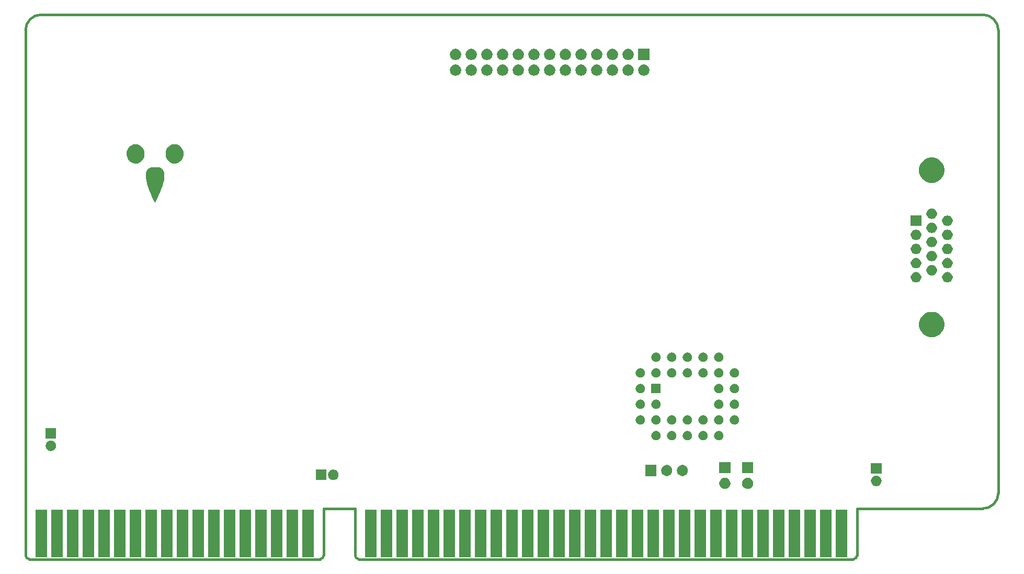
<source format=gbr>
%TF.GenerationSoftware,KiCad,Pcbnew,(5.1.6)-1*%
%TF.CreationDate,2020-07-21T14:46:33+03:00*%
%TF.ProjectId,GD5434,47443534-3334-42e6-9b69-6361645f7063,rev?*%
%TF.SameCoordinates,Original*%
%TF.FileFunction,Soldermask,Bot*%
%TF.FilePolarity,Negative*%
%FSLAX46Y46*%
G04 Gerber Fmt 4.6, Leading zero omitted, Abs format (unit mm)*
G04 Created by KiCad (PCBNEW (5.1.6)-1) date 2020-07-21 14:46:33*
%MOMM*%
%LPD*%
G01*
G04 APERTURE LIST*
%TA.AperFunction,Profile*%
%ADD10C,0.381000*%
%TD*%
%ADD11C,0.155000*%
G04 APERTURE END LIST*
D10*
X73675240Y-113670080D02*
G75*
G03*
X74310240Y-114305080I635000J0D01*
G01*
X73675740Y-28658820D02*
X73675740Y-113670080D01*
X121318520Y-114303740D02*
G75*
G03*
X121953520Y-113668740I0J635000D01*
G01*
X74310740Y-114305080D02*
X121318520Y-114303740D01*
X121953520Y-106123740D02*
X121953520Y-113668740D01*
X127025900Y-106123740D02*
X121953520Y-106123740D01*
X127025900Y-106123740D02*
X127025900Y-113670080D01*
X208305900Y-106125080D02*
X208305900Y-113670080D01*
X76213838Y-26111208D02*
X228625900Y-26111208D01*
X207670900Y-114305080D02*
G75*
G03*
X208305900Y-113670080I0J635000D01*
G01*
X127660900Y-114305080D02*
X207670900Y-114305080D01*
X231165900Y-28651208D02*
G75*
G03*
X228625900Y-26111208I-2540000J0D01*
G01*
X228625900Y-106125080D02*
X208305900Y-106125080D01*
X231165900Y-103585080D02*
X231165900Y-28651208D01*
X228625900Y-106125080D02*
G75*
G03*
X231165900Y-103585080I0J2540000D01*
G01*
X127025900Y-113670080D02*
G75*
G03*
X127660900Y-114305080I635000J0D01*
G01*
X76213838Y-26111209D02*
G75*
G03*
X73675740Y-28658820I6982J-2545071D01*
G01*
D11*
%TO.C,REF\u002A\u002A*%
G36*
X91195099Y-47231718D02*
G01*
X90934306Y-47323326D01*
X90900744Y-47339217D01*
X90673558Y-47479248D01*
X90483831Y-47655336D01*
X90332077Y-47860865D01*
X90218811Y-48089218D01*
X90144546Y-48333779D01*
X90109797Y-48587932D01*
X90115078Y-48845060D01*
X90160902Y-49098548D01*
X90247783Y-49341779D01*
X90376236Y-49568136D01*
X90546775Y-49771004D01*
X90701568Y-49902995D01*
X90911466Y-50026578D01*
X91146796Y-50112099D01*
X91392453Y-50156070D01*
X91633332Y-50155002D01*
X91729273Y-50140319D01*
X91973739Y-50062795D01*
X92200717Y-49936422D01*
X92403604Y-49767734D01*
X92575794Y-49563266D01*
X92710683Y-49329555D01*
X92799628Y-49081144D01*
X92829014Y-48913959D01*
X92841768Y-48720233D01*
X92837798Y-48523366D01*
X92817016Y-48346758D01*
X92802700Y-48282164D01*
X92710087Y-48025120D01*
X92577963Y-47791014D01*
X92413190Y-47589850D01*
X92222631Y-47431637D01*
X92216739Y-47427758D01*
X91967248Y-47294558D01*
X91712914Y-47217424D01*
X91455083Y-47196447D01*
X91195099Y-47231718D01*
G37*
X91195099Y-47231718D02*
X90934306Y-47323326D01*
X90900744Y-47339217D01*
X90673558Y-47479248D01*
X90483831Y-47655336D01*
X90332077Y-47860865D01*
X90218811Y-48089218D01*
X90144546Y-48333779D01*
X90109797Y-48587932D01*
X90115078Y-48845060D01*
X90160902Y-49098548D01*
X90247783Y-49341779D01*
X90376236Y-49568136D01*
X90546775Y-49771004D01*
X90701568Y-49902995D01*
X90911466Y-50026578D01*
X91146796Y-50112099D01*
X91392453Y-50156070D01*
X91633332Y-50155002D01*
X91729273Y-50140319D01*
X91973739Y-50062795D01*
X92200717Y-49936422D01*
X92403604Y-49767734D01*
X92575794Y-49563266D01*
X92710683Y-49329555D01*
X92799628Y-49081144D01*
X92829014Y-48913959D01*
X92841768Y-48720233D01*
X92837798Y-48523366D01*
X92817016Y-48346758D01*
X92802700Y-48282164D01*
X92710087Y-48025120D01*
X92577963Y-47791014D01*
X92413190Y-47589850D01*
X92222631Y-47431637D01*
X92216739Y-47427758D01*
X91967248Y-47294558D01*
X91712914Y-47217424D01*
X91455083Y-47196447D01*
X91195099Y-47231718D01*
G36*
X94394999Y-50921859D02*
G01*
X94201485Y-50927460D01*
X94047437Y-50939098D01*
X93924383Y-50958755D01*
X93823854Y-50988412D01*
X93737378Y-51030050D01*
X93656486Y-51085651D01*
X93572707Y-51157197D01*
X93555256Y-51173226D01*
X93406795Y-51336467D01*
X93315207Y-51491686D01*
X93244849Y-51707669D01*
X93207370Y-51965771D01*
X93202250Y-52262604D01*
X93228973Y-52594783D01*
X93287017Y-52958921D01*
X93375865Y-53351634D01*
X93494998Y-53769535D01*
X93643896Y-54209239D01*
X93789807Y-54588551D01*
X93924481Y-54916756D01*
X94053170Y-55221779D01*
X94173907Y-55499339D01*
X94284723Y-55745156D01*
X94383650Y-55954951D01*
X94468721Y-56124444D01*
X94537968Y-56249353D01*
X94587130Y-56322611D01*
X94642971Y-56391561D01*
X94722308Y-56266167D01*
X94789147Y-56149616D01*
X94873258Y-55983796D01*
X94975021Y-55767888D01*
X95094815Y-55501068D01*
X95233020Y-55182518D01*
X95341382Y-54927218D01*
X95455564Y-54653491D01*
X95549927Y-54420345D01*
X95628244Y-54217083D01*
X95694288Y-54033008D01*
X95751835Y-53857423D01*
X95804656Y-53679631D01*
X95856526Y-53488936D01*
X95877914Y-53406411D01*
X95948964Y-53112654D01*
X96000739Y-52857022D01*
X96035318Y-52625389D01*
X96054780Y-52403632D01*
X96061207Y-52177625D01*
X96061222Y-52161440D01*
X96052728Y-51910328D01*
X96025262Y-51703466D01*
X95975309Y-51530816D01*
X95899354Y-51382341D01*
X95793881Y-51248005D01*
X95713503Y-51168674D01*
X95626835Y-51094211D01*
X95543408Y-51036088D01*
X95454689Y-50992338D01*
X95352145Y-50960994D01*
X95227241Y-50940087D01*
X95071444Y-50927651D01*
X94876221Y-50921716D01*
X94636448Y-50920314D01*
X94394999Y-50921859D01*
G37*
X94394999Y-50921859D02*
X94201485Y-50927460D01*
X94047437Y-50939098D01*
X93924383Y-50958755D01*
X93823854Y-50988412D01*
X93737378Y-51030050D01*
X93656486Y-51085651D01*
X93572707Y-51157197D01*
X93555256Y-51173226D01*
X93406795Y-51336467D01*
X93315207Y-51491686D01*
X93244849Y-51707669D01*
X93207370Y-51965771D01*
X93202250Y-52262604D01*
X93228973Y-52594783D01*
X93287017Y-52958921D01*
X93375865Y-53351634D01*
X93494998Y-53769535D01*
X93643896Y-54209239D01*
X93789807Y-54588551D01*
X93924481Y-54916756D01*
X94053170Y-55221779D01*
X94173907Y-55499339D01*
X94284723Y-55745156D01*
X94383650Y-55954951D01*
X94468721Y-56124444D01*
X94537968Y-56249353D01*
X94587130Y-56322611D01*
X94642971Y-56391561D01*
X94722308Y-56266167D01*
X94789147Y-56149616D01*
X94873258Y-55983796D01*
X94975021Y-55767888D01*
X95094815Y-55501068D01*
X95233020Y-55182518D01*
X95341382Y-54927218D01*
X95455564Y-54653491D01*
X95549927Y-54420345D01*
X95628244Y-54217083D01*
X95694288Y-54033008D01*
X95751835Y-53857423D01*
X95804656Y-53679631D01*
X95856526Y-53488936D01*
X95877914Y-53406411D01*
X95948964Y-53112654D01*
X96000739Y-52857022D01*
X96035318Y-52625389D01*
X96054780Y-52403632D01*
X96061207Y-52177625D01*
X96061222Y-52161440D01*
X96052728Y-51910328D01*
X96025262Y-51703466D01*
X95975309Y-51530816D01*
X95899354Y-51382341D01*
X95793881Y-51248005D01*
X95713503Y-51168674D01*
X95626835Y-51094211D01*
X95543408Y-51036088D01*
X95454689Y-50992338D01*
X95352145Y-50960994D01*
X95227241Y-50940087D01*
X95071444Y-50927651D01*
X94876221Y-50921716D01*
X94636448Y-50920314D01*
X94394999Y-50921859D01*
G36*
X97476614Y-47236402D02*
G01*
X97240289Y-47323398D01*
X97022434Y-47454023D01*
X96829143Y-47624006D01*
X96666509Y-47829074D01*
X96540624Y-48064957D01*
X96471773Y-48267946D01*
X96443250Y-48430976D01*
X96430797Y-48623562D01*
X96434450Y-48821882D01*
X96454242Y-49002115D01*
X96470585Y-49079483D01*
X96563232Y-49337228D01*
X96696488Y-49567650D01*
X96864327Y-49766622D01*
X97060720Y-49930015D01*
X97279643Y-50053700D01*
X97515068Y-50133551D01*
X97760969Y-50165438D01*
X98011319Y-50145235D01*
X98023115Y-50142930D01*
X98284905Y-50062460D01*
X98523249Y-49933392D01*
X98732638Y-49760649D01*
X98907564Y-49549149D01*
X99042519Y-49303815D01*
X99085197Y-49194073D01*
X99115588Y-49096624D01*
X99135198Y-49004302D01*
X99146114Y-48900150D01*
X99150422Y-48767210D01*
X99150686Y-48661884D01*
X99148673Y-48508796D01*
X99142427Y-48395728D01*
X99129557Y-48306282D01*
X99107674Y-48224064D01*
X99074384Y-48132679D01*
X99072986Y-48129121D01*
X98942863Y-47867209D01*
X98775350Y-47643106D01*
X98574564Y-47460275D01*
X98344623Y-47322177D01*
X98089645Y-47232275D01*
X97980303Y-47210385D01*
X97725316Y-47197307D01*
X97476614Y-47236402D01*
G37*
X97476614Y-47236402D02*
X97240289Y-47323398D01*
X97022434Y-47454023D01*
X96829143Y-47624006D01*
X96666509Y-47829074D01*
X96540624Y-48064957D01*
X96471773Y-48267946D01*
X96443250Y-48430976D01*
X96430797Y-48623562D01*
X96434450Y-48821882D01*
X96454242Y-49002115D01*
X96470585Y-49079483D01*
X96563232Y-49337228D01*
X96696488Y-49567650D01*
X96864327Y-49766622D01*
X97060720Y-49930015D01*
X97279643Y-50053700D01*
X97515068Y-50133551D01*
X97760969Y-50165438D01*
X98011319Y-50145235D01*
X98023115Y-50142930D01*
X98284905Y-50062460D01*
X98523249Y-49933392D01*
X98732638Y-49760649D01*
X98907564Y-49549149D01*
X99042519Y-49303815D01*
X99085197Y-49194073D01*
X99115588Y-49096624D01*
X99135198Y-49004302D01*
X99146114Y-48900150D01*
X99150422Y-48767210D01*
X99150686Y-48661884D01*
X99148673Y-48508796D01*
X99142427Y-48395728D01*
X99129557Y-48306282D01*
X99107674Y-48224064D01*
X99074384Y-48132679D01*
X99072986Y-48129121D01*
X98942863Y-47867209D01*
X98775350Y-47643106D01*
X98574564Y-47460275D01*
X98344623Y-47322177D01*
X98089645Y-47232275D01*
X97980303Y-47210385D01*
X97725316Y-47197307D01*
X97476614Y-47236402D01*
G36*
X173686700Y-114038380D02*
G01*
X171805100Y-114038380D01*
X171805100Y-106316780D01*
X173686700Y-106316780D01*
X173686700Y-114038380D01*
G37*
G36*
X206706700Y-114038380D02*
G01*
X204825100Y-114038380D01*
X204825100Y-106316780D01*
X206706700Y-106316780D01*
X206706700Y-114038380D01*
G37*
G36*
X204166700Y-114038380D02*
G01*
X202285100Y-114038380D01*
X202285100Y-106316780D01*
X204166700Y-106316780D01*
X204166700Y-114038380D01*
G37*
G36*
X201626700Y-114038380D02*
G01*
X199745100Y-114038380D01*
X199745100Y-106316780D01*
X201626700Y-106316780D01*
X201626700Y-114038380D01*
G37*
G36*
X199086700Y-114038380D02*
G01*
X197205100Y-114038380D01*
X197205100Y-106316780D01*
X199086700Y-106316780D01*
X199086700Y-114038380D01*
G37*
G36*
X196546700Y-114038380D02*
G01*
X194665100Y-114038380D01*
X194665100Y-106316780D01*
X196546700Y-106316780D01*
X196546700Y-114038380D01*
G37*
G36*
X194006700Y-114038380D02*
G01*
X192125100Y-114038380D01*
X192125100Y-106316780D01*
X194006700Y-106316780D01*
X194006700Y-114038380D01*
G37*
G36*
X191466700Y-114038380D02*
G01*
X189585100Y-114038380D01*
X189585100Y-106316780D01*
X191466700Y-106316780D01*
X191466700Y-114038380D01*
G37*
G36*
X188926700Y-114038380D02*
G01*
X187045100Y-114038380D01*
X187045100Y-106316780D01*
X188926700Y-106316780D01*
X188926700Y-114038380D01*
G37*
G36*
X186386700Y-114038380D02*
G01*
X184505100Y-114038380D01*
X184505100Y-106316780D01*
X186386700Y-106316780D01*
X186386700Y-114038380D01*
G37*
G36*
X183846700Y-114038380D02*
G01*
X181965100Y-114038380D01*
X181965100Y-106316780D01*
X183846700Y-106316780D01*
X183846700Y-114038380D01*
G37*
G36*
X181306700Y-114038380D02*
G01*
X179425100Y-114038380D01*
X179425100Y-106316780D01*
X181306700Y-106316780D01*
X181306700Y-114038380D01*
G37*
G36*
X178766700Y-114038380D02*
G01*
X176885100Y-114038380D01*
X176885100Y-106316780D01*
X178766700Y-106316780D01*
X178766700Y-114038380D01*
G37*
G36*
X143206700Y-114038380D02*
G01*
X141325100Y-114038380D01*
X141325100Y-106316780D01*
X143206700Y-106316780D01*
X143206700Y-114038380D01*
G37*
G36*
X171146700Y-114038380D02*
G01*
X169265100Y-114038380D01*
X169265100Y-106316780D01*
X171146700Y-106316780D01*
X171146700Y-114038380D01*
G37*
G36*
X168606700Y-114038380D02*
G01*
X166725100Y-114038380D01*
X166725100Y-106316780D01*
X168606700Y-106316780D01*
X168606700Y-114038380D01*
G37*
G36*
X166066700Y-114038380D02*
G01*
X164185100Y-114038380D01*
X164185100Y-106316780D01*
X166066700Y-106316780D01*
X166066700Y-114038380D01*
G37*
G36*
X163526700Y-114038380D02*
G01*
X161645100Y-114038380D01*
X161645100Y-106316780D01*
X163526700Y-106316780D01*
X163526700Y-114038380D01*
G37*
G36*
X160986700Y-114038380D02*
G01*
X159105100Y-114038380D01*
X159105100Y-106316780D01*
X160986700Y-106316780D01*
X160986700Y-114038380D01*
G37*
G36*
X158446700Y-114038380D02*
G01*
X156565100Y-114038380D01*
X156565100Y-106316780D01*
X158446700Y-106316780D01*
X158446700Y-114038380D01*
G37*
G36*
X155906700Y-114038380D02*
G01*
X154025100Y-114038380D01*
X154025100Y-106316780D01*
X155906700Y-106316780D01*
X155906700Y-114038380D01*
G37*
G36*
X153366700Y-114038380D02*
G01*
X151485100Y-114038380D01*
X151485100Y-106316780D01*
X153366700Y-106316780D01*
X153366700Y-114038380D01*
G37*
G36*
X150826700Y-114038380D02*
G01*
X148945100Y-114038380D01*
X148945100Y-106316780D01*
X150826700Y-106316780D01*
X150826700Y-114038380D01*
G37*
G36*
X148286700Y-114038380D02*
G01*
X146405100Y-114038380D01*
X146405100Y-106316780D01*
X148286700Y-106316780D01*
X148286700Y-114038380D01*
G37*
G36*
X105106700Y-114038380D02*
G01*
X103225100Y-114038380D01*
X103225100Y-106316780D01*
X105106700Y-106316780D01*
X105106700Y-114038380D01*
G37*
G36*
X77166700Y-114038380D02*
G01*
X75285100Y-114038380D01*
X75285100Y-106316780D01*
X77166700Y-106316780D01*
X77166700Y-114038380D01*
G37*
G36*
X140666700Y-114038380D02*
G01*
X138785100Y-114038380D01*
X138785100Y-106316780D01*
X140666700Y-106316780D01*
X140666700Y-114038380D01*
G37*
G36*
X138126700Y-114038380D02*
G01*
X136245100Y-114038380D01*
X136245100Y-106316780D01*
X138126700Y-106316780D01*
X138126700Y-114038380D01*
G37*
G36*
X135586700Y-114038380D02*
G01*
X133705100Y-114038380D01*
X133705100Y-106316780D01*
X135586700Y-106316780D01*
X135586700Y-114038380D01*
G37*
G36*
X133046700Y-114038380D02*
G01*
X131165100Y-114038380D01*
X131165100Y-106316780D01*
X133046700Y-106316780D01*
X133046700Y-114038380D01*
G37*
G36*
X130506700Y-114038380D02*
G01*
X128625100Y-114038380D01*
X128625100Y-106316780D01*
X130506700Y-106316780D01*
X130506700Y-114038380D01*
G37*
G36*
X120346700Y-114038380D02*
G01*
X118465100Y-114038380D01*
X118465100Y-106316780D01*
X120346700Y-106316780D01*
X120346700Y-114038380D01*
G37*
G36*
X117806700Y-114038380D02*
G01*
X115925100Y-114038380D01*
X115925100Y-106316780D01*
X117806700Y-106316780D01*
X117806700Y-114038380D01*
G37*
G36*
X115266700Y-114038380D02*
G01*
X113385100Y-114038380D01*
X113385100Y-106316780D01*
X115266700Y-106316780D01*
X115266700Y-114038380D01*
G37*
G36*
X112726700Y-114038380D02*
G01*
X110845100Y-114038380D01*
X110845100Y-106316780D01*
X112726700Y-106316780D01*
X112726700Y-114038380D01*
G37*
G36*
X110186700Y-114038380D02*
G01*
X108305100Y-114038380D01*
X108305100Y-106316780D01*
X110186700Y-106316780D01*
X110186700Y-114038380D01*
G37*
G36*
X107646700Y-114038380D02*
G01*
X105765100Y-114038380D01*
X105765100Y-106316780D01*
X107646700Y-106316780D01*
X107646700Y-114038380D01*
G37*
G36*
X102566700Y-114038380D02*
G01*
X100685100Y-114038380D01*
X100685100Y-106316780D01*
X102566700Y-106316780D01*
X102566700Y-114038380D01*
G37*
G36*
X145746700Y-114038380D02*
G01*
X143865100Y-114038380D01*
X143865100Y-106316780D01*
X145746700Y-106316780D01*
X145746700Y-114038380D01*
G37*
G36*
X176226700Y-114038380D02*
G01*
X174345100Y-114038380D01*
X174345100Y-106316780D01*
X176226700Y-106316780D01*
X176226700Y-114038380D01*
G37*
G36*
X79706700Y-114038380D02*
G01*
X77825100Y-114038380D01*
X77825100Y-106316780D01*
X79706700Y-106316780D01*
X79706700Y-114038380D01*
G37*
G36*
X82246700Y-114038380D02*
G01*
X80365100Y-114038380D01*
X80365100Y-106316780D01*
X82246700Y-106316780D01*
X82246700Y-114038380D01*
G37*
G36*
X84786700Y-114038380D02*
G01*
X82905100Y-114038380D01*
X82905100Y-106316780D01*
X84786700Y-106316780D01*
X84786700Y-114038380D01*
G37*
G36*
X87326700Y-114038380D02*
G01*
X85445100Y-114038380D01*
X85445100Y-106316780D01*
X87326700Y-106316780D01*
X87326700Y-114038380D01*
G37*
G36*
X89866700Y-114038380D02*
G01*
X87985100Y-114038380D01*
X87985100Y-106316780D01*
X89866700Y-106316780D01*
X89866700Y-114038380D01*
G37*
G36*
X92406700Y-114038380D02*
G01*
X90525100Y-114038380D01*
X90525100Y-106316780D01*
X92406700Y-106316780D01*
X92406700Y-114038380D01*
G37*
G36*
X94946700Y-114038380D02*
G01*
X93065100Y-114038380D01*
X93065100Y-106316780D01*
X94946700Y-106316780D01*
X94946700Y-114038380D01*
G37*
G36*
X97486700Y-114038380D02*
G01*
X95605100Y-114038380D01*
X95605100Y-106316780D01*
X97486700Y-106316780D01*
X97486700Y-114038380D01*
G37*
G36*
X100026700Y-114038380D02*
G01*
X98145100Y-114038380D01*
X98145100Y-106316780D01*
X100026700Y-106316780D01*
X100026700Y-114038380D01*
G37*
G36*
X190739614Y-101139767D02*
G01*
X190844034Y-101160537D01*
X191007969Y-101228441D01*
X191155507Y-101327023D01*
X191280977Y-101452493D01*
X191379559Y-101600031D01*
X191447463Y-101763966D01*
X191482080Y-101937999D01*
X191482080Y-102115441D01*
X191447463Y-102289474D01*
X191379559Y-102453409D01*
X191280977Y-102600947D01*
X191155507Y-102726417D01*
X191007969Y-102824999D01*
X190844034Y-102892903D01*
X190739614Y-102913673D01*
X190670003Y-102927520D01*
X190492557Y-102927520D01*
X190422946Y-102913673D01*
X190318526Y-102892903D01*
X190154591Y-102824999D01*
X190007053Y-102726417D01*
X189881583Y-102600947D01*
X189783001Y-102453409D01*
X189715097Y-102289474D01*
X189680480Y-102115441D01*
X189680480Y-101937999D01*
X189715097Y-101763966D01*
X189783001Y-101600031D01*
X189881583Y-101452493D01*
X190007053Y-101327023D01*
X190154591Y-101228441D01*
X190318526Y-101160537D01*
X190422946Y-101139767D01*
X190492557Y-101125920D01*
X190670003Y-101125920D01*
X190739614Y-101139767D01*
G37*
G36*
X187046454Y-101139767D02*
G01*
X187150874Y-101160537D01*
X187314809Y-101228441D01*
X187462347Y-101327023D01*
X187587817Y-101452493D01*
X187686399Y-101600031D01*
X187754303Y-101763966D01*
X187788920Y-101937999D01*
X187788920Y-102115441D01*
X187754303Y-102289474D01*
X187686399Y-102453409D01*
X187587817Y-102600947D01*
X187462347Y-102726417D01*
X187314809Y-102824999D01*
X187150874Y-102892903D01*
X187046454Y-102913673D01*
X186976843Y-102927520D01*
X186799397Y-102927520D01*
X186729786Y-102913673D01*
X186625366Y-102892903D01*
X186461431Y-102824999D01*
X186313893Y-102726417D01*
X186188423Y-102600947D01*
X186089841Y-102453409D01*
X186021937Y-102289474D01*
X185987320Y-102115441D01*
X185987320Y-101937999D01*
X186021937Y-101763966D01*
X186089841Y-101600031D01*
X186188423Y-101452493D01*
X186313893Y-101327023D01*
X186461431Y-101228441D01*
X186625366Y-101160537D01*
X186729786Y-101139767D01*
X186799397Y-101125920D01*
X186976843Y-101125920D01*
X187046454Y-101139767D01*
G37*
G36*
X211647289Y-100813395D02*
G01*
X211647291Y-100813396D01*
X211647292Y-100813396D01*
X211802124Y-100877530D01*
X211802125Y-100877531D01*
X211941474Y-100970640D01*
X212059980Y-101089146D01*
X212084551Y-101125920D01*
X212153090Y-101228496D01*
X212217224Y-101383328D01*
X212217225Y-101383331D01*
X212249920Y-101547703D01*
X212249920Y-101715297D01*
X212240239Y-101763969D01*
X212217224Y-101879672D01*
X212153090Y-102034504D01*
X212153089Y-102034505D01*
X212059980Y-102173854D01*
X211941474Y-102292360D01*
X211836843Y-102362271D01*
X211802124Y-102385470D01*
X211647292Y-102449604D01*
X211647291Y-102449604D01*
X211647289Y-102449605D01*
X211482917Y-102482300D01*
X211315323Y-102482300D01*
X211150951Y-102449605D01*
X211150949Y-102449604D01*
X211150948Y-102449604D01*
X210996116Y-102385470D01*
X210961397Y-102362271D01*
X210856766Y-102292360D01*
X210738260Y-102173854D01*
X210645151Y-102034505D01*
X210645150Y-102034504D01*
X210581016Y-101879672D01*
X210558002Y-101763969D01*
X210548320Y-101715297D01*
X210548320Y-101547703D01*
X210581015Y-101383331D01*
X210581016Y-101383328D01*
X210645150Y-101228496D01*
X210713689Y-101125920D01*
X210738260Y-101089146D01*
X210856766Y-100970640D01*
X210996115Y-100877531D01*
X210996116Y-100877530D01*
X211150948Y-100813396D01*
X211150949Y-100813396D01*
X211150951Y-100813395D01*
X211315323Y-100780700D01*
X211482917Y-100780700D01*
X211647289Y-100813395D01*
G37*
G36*
X123751609Y-99826855D02*
G01*
X123751611Y-99826856D01*
X123751612Y-99826856D01*
X123906444Y-99890990D01*
X123906445Y-99890991D01*
X124045794Y-99984100D01*
X124164300Y-100102606D01*
X124233833Y-100206671D01*
X124257410Y-100241956D01*
X124310700Y-100370609D01*
X124321545Y-100396791D01*
X124354240Y-100561163D01*
X124354240Y-100728757D01*
X124324648Y-100877531D01*
X124321544Y-100893132D01*
X124257410Y-101047964D01*
X124257409Y-101047965D01*
X124164300Y-101187314D01*
X124045794Y-101305820D01*
X123941163Y-101375731D01*
X123906444Y-101398930D01*
X123751612Y-101463064D01*
X123751611Y-101463064D01*
X123751609Y-101463065D01*
X123587237Y-101495760D01*
X123419643Y-101495760D01*
X123255271Y-101463065D01*
X123255269Y-101463064D01*
X123255268Y-101463064D01*
X123100436Y-101398930D01*
X123065717Y-101375731D01*
X122961086Y-101305820D01*
X122842580Y-101187314D01*
X122749471Y-101047965D01*
X122749470Y-101047964D01*
X122685336Y-100893132D01*
X122682233Y-100877531D01*
X122652640Y-100728757D01*
X122652640Y-100561163D01*
X122685335Y-100396791D01*
X122696180Y-100370609D01*
X122749470Y-100241956D01*
X122773047Y-100206671D01*
X122842580Y-100102606D01*
X122961086Y-99984100D01*
X123100435Y-99890991D01*
X123100436Y-99890990D01*
X123255268Y-99826856D01*
X123255269Y-99826856D01*
X123255271Y-99826855D01*
X123419643Y-99794160D01*
X123587237Y-99794160D01*
X123751609Y-99826855D01*
G37*
G36*
X122354240Y-101495760D02*
G01*
X120652640Y-101495760D01*
X120652640Y-99794160D01*
X122354240Y-99794160D01*
X122354240Y-101495760D01*
G37*
G36*
X175830600Y-100844720D02*
G01*
X174029000Y-100844720D01*
X174029000Y-99043120D01*
X175830600Y-99043120D01*
X175830600Y-100844720D01*
G37*
G36*
X180168134Y-99056967D02*
G01*
X180272554Y-99077737D01*
X180436489Y-99145641D01*
X180584027Y-99244223D01*
X180709497Y-99369693D01*
X180808079Y-99517231D01*
X180875983Y-99681166D01*
X180896753Y-99785586D01*
X180904963Y-99826856D01*
X180910600Y-99855199D01*
X180910600Y-100032641D01*
X180875983Y-100206674D01*
X180808079Y-100370609D01*
X180709497Y-100518147D01*
X180584027Y-100643617D01*
X180436489Y-100742199D01*
X180272554Y-100810103D01*
X180168134Y-100830873D01*
X180098523Y-100844720D01*
X179921077Y-100844720D01*
X179851466Y-100830873D01*
X179747046Y-100810103D01*
X179583111Y-100742199D01*
X179435573Y-100643617D01*
X179310103Y-100518147D01*
X179211521Y-100370609D01*
X179143617Y-100206674D01*
X179109000Y-100032641D01*
X179109000Y-99855199D01*
X179114638Y-99826856D01*
X179122847Y-99785586D01*
X179143617Y-99681166D01*
X179211521Y-99517231D01*
X179310103Y-99369693D01*
X179435573Y-99244223D01*
X179583111Y-99145641D01*
X179747046Y-99077737D01*
X179851466Y-99056967D01*
X179921077Y-99043120D01*
X180098523Y-99043120D01*
X180168134Y-99056967D01*
G37*
G36*
X177628134Y-99056967D02*
G01*
X177732554Y-99077737D01*
X177896489Y-99145641D01*
X178044027Y-99244223D01*
X178169497Y-99369693D01*
X178268079Y-99517231D01*
X178335983Y-99681166D01*
X178356753Y-99785586D01*
X178364963Y-99826856D01*
X178370600Y-99855199D01*
X178370600Y-100032641D01*
X178335983Y-100206674D01*
X178268079Y-100370609D01*
X178169497Y-100518147D01*
X178044027Y-100643617D01*
X177896489Y-100742199D01*
X177732554Y-100810103D01*
X177628134Y-100830873D01*
X177558523Y-100844720D01*
X177381077Y-100844720D01*
X177311466Y-100830873D01*
X177207046Y-100810103D01*
X177043111Y-100742199D01*
X176895573Y-100643617D01*
X176770103Y-100518147D01*
X176671521Y-100370609D01*
X176603617Y-100206674D01*
X176569000Y-100032641D01*
X176569000Y-99855199D01*
X176574638Y-99826856D01*
X176582847Y-99785586D01*
X176603617Y-99681166D01*
X176671521Y-99517231D01*
X176770103Y-99369693D01*
X176895573Y-99244223D01*
X177043111Y-99145641D01*
X177207046Y-99077737D01*
X177311466Y-99056967D01*
X177381077Y-99043120D01*
X177558523Y-99043120D01*
X177628134Y-99056967D01*
G37*
G36*
X212249920Y-100482300D02*
G01*
X210548320Y-100482300D01*
X210548320Y-98780700D01*
X212249920Y-98780700D01*
X212249920Y-100482300D01*
G37*
G36*
X187788920Y-100387520D02*
G01*
X185987320Y-100387520D01*
X185987320Y-98585920D01*
X187788920Y-98585920D01*
X187788920Y-100387520D01*
G37*
G36*
X191482080Y-100387520D02*
G01*
X189680480Y-100387520D01*
X189680480Y-98585920D01*
X191482080Y-98585920D01*
X191482080Y-100387520D01*
G37*
G36*
X78017889Y-95122775D02*
G01*
X78017891Y-95122776D01*
X78017892Y-95122776D01*
X78172724Y-95186910D01*
X78172725Y-95186911D01*
X78312074Y-95280020D01*
X78430580Y-95398526D01*
X78500491Y-95503157D01*
X78523690Y-95537876D01*
X78587824Y-95692708D01*
X78620520Y-95857085D01*
X78620520Y-96024675D01*
X78587824Y-96189052D01*
X78523690Y-96343884D01*
X78523689Y-96343885D01*
X78430580Y-96483234D01*
X78312074Y-96601740D01*
X78207443Y-96671651D01*
X78172724Y-96694850D01*
X78017892Y-96758984D01*
X78017891Y-96758984D01*
X78017889Y-96758985D01*
X77853517Y-96791680D01*
X77685923Y-96791680D01*
X77521551Y-96758985D01*
X77521549Y-96758984D01*
X77521548Y-96758984D01*
X77366716Y-96694850D01*
X77331997Y-96671651D01*
X77227366Y-96601740D01*
X77108860Y-96483234D01*
X77015751Y-96343885D01*
X77015750Y-96343884D01*
X76951616Y-96189052D01*
X76918920Y-96024675D01*
X76918920Y-95857085D01*
X76951616Y-95692708D01*
X77015750Y-95537876D01*
X77038949Y-95503157D01*
X77108860Y-95398526D01*
X77227366Y-95280020D01*
X77366715Y-95186911D01*
X77366716Y-95186910D01*
X77521548Y-95122776D01*
X77521549Y-95122776D01*
X77521551Y-95122775D01*
X77685923Y-95090080D01*
X77853517Y-95090080D01*
X78017889Y-95122775D01*
G37*
G36*
X181047407Y-93572403D02*
G01*
X181047409Y-93572404D01*
X181047410Y-93572404D01*
X181186082Y-93629843D01*
X181248485Y-93671540D01*
X181310887Y-93713236D01*
X181417024Y-93819373D01*
X181458720Y-93881776D01*
X181500417Y-93944178D01*
X181557856Y-94082850D01*
X181587140Y-94230071D01*
X181587140Y-94380169D01*
X181557856Y-94527390D01*
X181500417Y-94666062D01*
X181458720Y-94728465D01*
X181417024Y-94790867D01*
X181310887Y-94897004D01*
X181248484Y-94938700D01*
X181186082Y-94980397D01*
X181047410Y-95037836D01*
X181047409Y-95037836D01*
X181047407Y-95037837D01*
X180900190Y-95067120D01*
X180750090Y-95067120D01*
X180602873Y-95037837D01*
X180602871Y-95037836D01*
X180602870Y-95037836D01*
X180464198Y-94980397D01*
X180401796Y-94938700D01*
X180339393Y-94897004D01*
X180233256Y-94790867D01*
X180191560Y-94728465D01*
X180149863Y-94666062D01*
X180092424Y-94527390D01*
X180063140Y-94380169D01*
X180063140Y-94230071D01*
X180092424Y-94082850D01*
X180149863Y-93944178D01*
X180191560Y-93881775D01*
X180233256Y-93819373D01*
X180339393Y-93713236D01*
X180401796Y-93671540D01*
X180464198Y-93629843D01*
X180602870Y-93572404D01*
X180602871Y-93572404D01*
X180602873Y-93572403D01*
X180750090Y-93543120D01*
X180900190Y-93543120D01*
X181047407Y-93572403D01*
G37*
G36*
X186127407Y-93572403D02*
G01*
X186127409Y-93572404D01*
X186127410Y-93572404D01*
X186266082Y-93629843D01*
X186328485Y-93671540D01*
X186390887Y-93713236D01*
X186497024Y-93819373D01*
X186538720Y-93881776D01*
X186580417Y-93944178D01*
X186637856Y-94082850D01*
X186667140Y-94230071D01*
X186667140Y-94380169D01*
X186637856Y-94527390D01*
X186580417Y-94666062D01*
X186538720Y-94728465D01*
X186497024Y-94790867D01*
X186390887Y-94897004D01*
X186328484Y-94938700D01*
X186266082Y-94980397D01*
X186127410Y-95037836D01*
X186127409Y-95037836D01*
X186127407Y-95037837D01*
X185980190Y-95067120D01*
X185830090Y-95067120D01*
X185682873Y-95037837D01*
X185682871Y-95037836D01*
X185682870Y-95037836D01*
X185544198Y-94980397D01*
X185481796Y-94938700D01*
X185419393Y-94897004D01*
X185313256Y-94790867D01*
X185271560Y-94728465D01*
X185229863Y-94666062D01*
X185172424Y-94527390D01*
X185143140Y-94380169D01*
X185143140Y-94230071D01*
X185172424Y-94082850D01*
X185229863Y-93944178D01*
X185271560Y-93881775D01*
X185313256Y-93819373D01*
X185419393Y-93713236D01*
X185481796Y-93671540D01*
X185544198Y-93629843D01*
X185682870Y-93572404D01*
X185682871Y-93572404D01*
X185682873Y-93572403D01*
X185830090Y-93543120D01*
X185980190Y-93543120D01*
X186127407Y-93572403D01*
G37*
G36*
X183587407Y-93572403D02*
G01*
X183587409Y-93572404D01*
X183587410Y-93572404D01*
X183726082Y-93629843D01*
X183788485Y-93671540D01*
X183850887Y-93713236D01*
X183957024Y-93819373D01*
X183998720Y-93881776D01*
X184040417Y-93944178D01*
X184097856Y-94082850D01*
X184127140Y-94230071D01*
X184127140Y-94380169D01*
X184097856Y-94527390D01*
X184040417Y-94666062D01*
X183998720Y-94728465D01*
X183957024Y-94790867D01*
X183850887Y-94897004D01*
X183788484Y-94938700D01*
X183726082Y-94980397D01*
X183587410Y-95037836D01*
X183587409Y-95037836D01*
X183587407Y-95037837D01*
X183440190Y-95067120D01*
X183290090Y-95067120D01*
X183142873Y-95037837D01*
X183142871Y-95037836D01*
X183142870Y-95037836D01*
X183004198Y-94980397D01*
X182941796Y-94938700D01*
X182879393Y-94897004D01*
X182773256Y-94790867D01*
X182731560Y-94728465D01*
X182689863Y-94666062D01*
X182632424Y-94527390D01*
X182603140Y-94380169D01*
X182603140Y-94230071D01*
X182632424Y-94082850D01*
X182689863Y-93944178D01*
X182731560Y-93881775D01*
X182773256Y-93819373D01*
X182879393Y-93713236D01*
X182941796Y-93671540D01*
X183004198Y-93629843D01*
X183142870Y-93572404D01*
X183142871Y-93572404D01*
X183142873Y-93572403D01*
X183290090Y-93543120D01*
X183440190Y-93543120D01*
X183587407Y-93572403D01*
G37*
G36*
X178507407Y-93572403D02*
G01*
X178507409Y-93572404D01*
X178507410Y-93572404D01*
X178646082Y-93629843D01*
X178708485Y-93671540D01*
X178770887Y-93713236D01*
X178877024Y-93819373D01*
X178918720Y-93881776D01*
X178960417Y-93944178D01*
X179017856Y-94082850D01*
X179047140Y-94230071D01*
X179047140Y-94380169D01*
X179017856Y-94527390D01*
X178960417Y-94666062D01*
X178918720Y-94728465D01*
X178877024Y-94790867D01*
X178770887Y-94897004D01*
X178708484Y-94938700D01*
X178646082Y-94980397D01*
X178507410Y-95037836D01*
X178507409Y-95037836D01*
X178507407Y-95037837D01*
X178360190Y-95067120D01*
X178210090Y-95067120D01*
X178062873Y-95037837D01*
X178062871Y-95037836D01*
X178062870Y-95037836D01*
X177924198Y-94980397D01*
X177861796Y-94938700D01*
X177799393Y-94897004D01*
X177693256Y-94790867D01*
X177651560Y-94728465D01*
X177609863Y-94666062D01*
X177552424Y-94527390D01*
X177523140Y-94380169D01*
X177523140Y-94230071D01*
X177552424Y-94082850D01*
X177609863Y-93944178D01*
X177651560Y-93881775D01*
X177693256Y-93819373D01*
X177799393Y-93713236D01*
X177861796Y-93671540D01*
X177924198Y-93629843D01*
X178062870Y-93572404D01*
X178062871Y-93572404D01*
X178062873Y-93572403D01*
X178210090Y-93543120D01*
X178360190Y-93543120D01*
X178507407Y-93572403D01*
G37*
G36*
X175967407Y-93572403D02*
G01*
X175967409Y-93572404D01*
X175967410Y-93572404D01*
X176106082Y-93629843D01*
X176168485Y-93671540D01*
X176230887Y-93713236D01*
X176337024Y-93819373D01*
X176378720Y-93881776D01*
X176420417Y-93944178D01*
X176477856Y-94082850D01*
X176507140Y-94230071D01*
X176507140Y-94380169D01*
X176477856Y-94527390D01*
X176420417Y-94666062D01*
X176378720Y-94728465D01*
X176337024Y-94790867D01*
X176230887Y-94897004D01*
X176168484Y-94938700D01*
X176106082Y-94980397D01*
X175967410Y-95037836D01*
X175967409Y-95037836D01*
X175967407Y-95037837D01*
X175820190Y-95067120D01*
X175670090Y-95067120D01*
X175522873Y-95037837D01*
X175522871Y-95037836D01*
X175522870Y-95037836D01*
X175384198Y-94980397D01*
X175321796Y-94938700D01*
X175259393Y-94897004D01*
X175153256Y-94790867D01*
X175111560Y-94728465D01*
X175069863Y-94666062D01*
X175012424Y-94527390D01*
X174983140Y-94380169D01*
X174983140Y-94230071D01*
X175012424Y-94082850D01*
X175069863Y-93944178D01*
X175111560Y-93881775D01*
X175153256Y-93819373D01*
X175259393Y-93713236D01*
X175321796Y-93671540D01*
X175384198Y-93629843D01*
X175522870Y-93572404D01*
X175522871Y-93572404D01*
X175522873Y-93572403D01*
X175670090Y-93543120D01*
X175820190Y-93543120D01*
X175967407Y-93572403D01*
G37*
G36*
X78620520Y-94791680D02*
G01*
X76918920Y-94791680D01*
X76918920Y-93090080D01*
X78620520Y-93090080D01*
X78620520Y-94791680D01*
G37*
G36*
X175967407Y-91032403D02*
G01*
X175967409Y-91032404D01*
X175967410Y-91032404D01*
X176106082Y-91089843D01*
X176168484Y-91131540D01*
X176230887Y-91173236D01*
X176337024Y-91279373D01*
X176378720Y-91341776D01*
X176420417Y-91404178D01*
X176477856Y-91542850D01*
X176507140Y-91690071D01*
X176507140Y-91840169D01*
X176477856Y-91987390D01*
X176420417Y-92126062D01*
X176378720Y-92188465D01*
X176337024Y-92250867D01*
X176230887Y-92357004D01*
X176168484Y-92398700D01*
X176106082Y-92440397D01*
X175967410Y-92497836D01*
X175967409Y-92497836D01*
X175967407Y-92497837D01*
X175820190Y-92527120D01*
X175670090Y-92527120D01*
X175522873Y-92497837D01*
X175522871Y-92497836D01*
X175522870Y-92497836D01*
X175384198Y-92440397D01*
X175321796Y-92398700D01*
X175259393Y-92357004D01*
X175153256Y-92250867D01*
X175111560Y-92188465D01*
X175069863Y-92126062D01*
X175012424Y-91987390D01*
X174983140Y-91840169D01*
X174983140Y-91690071D01*
X175012424Y-91542850D01*
X175069863Y-91404178D01*
X175111560Y-91341776D01*
X175153256Y-91279373D01*
X175259393Y-91173236D01*
X175321796Y-91131540D01*
X175384198Y-91089843D01*
X175522870Y-91032404D01*
X175522871Y-91032404D01*
X175522873Y-91032403D01*
X175670090Y-91003120D01*
X175820190Y-91003120D01*
X175967407Y-91032403D01*
G37*
G36*
X183587407Y-91032403D02*
G01*
X183587409Y-91032404D01*
X183587410Y-91032404D01*
X183726082Y-91089843D01*
X183788484Y-91131540D01*
X183850887Y-91173236D01*
X183957024Y-91279373D01*
X183998720Y-91341776D01*
X184040417Y-91404178D01*
X184097856Y-91542850D01*
X184127140Y-91690071D01*
X184127140Y-91840169D01*
X184097856Y-91987390D01*
X184040417Y-92126062D01*
X183998720Y-92188465D01*
X183957024Y-92250867D01*
X183850887Y-92357004D01*
X183788484Y-92398700D01*
X183726082Y-92440397D01*
X183587410Y-92497836D01*
X183587409Y-92497836D01*
X183587407Y-92497837D01*
X183440190Y-92527120D01*
X183290090Y-92527120D01*
X183142873Y-92497837D01*
X183142871Y-92497836D01*
X183142870Y-92497836D01*
X183004198Y-92440397D01*
X182941796Y-92398700D01*
X182879393Y-92357004D01*
X182773256Y-92250867D01*
X182731560Y-92188465D01*
X182689863Y-92126062D01*
X182632424Y-91987390D01*
X182603140Y-91840169D01*
X182603140Y-91690071D01*
X182632424Y-91542850D01*
X182689863Y-91404178D01*
X182731560Y-91341776D01*
X182773256Y-91279373D01*
X182879393Y-91173236D01*
X182941796Y-91131540D01*
X183004198Y-91089843D01*
X183142870Y-91032404D01*
X183142871Y-91032404D01*
X183142873Y-91032403D01*
X183290090Y-91003120D01*
X183440190Y-91003120D01*
X183587407Y-91032403D01*
G37*
G36*
X178507407Y-91032403D02*
G01*
X178507409Y-91032404D01*
X178507410Y-91032404D01*
X178646082Y-91089843D01*
X178708484Y-91131540D01*
X178770887Y-91173236D01*
X178877024Y-91279373D01*
X178918720Y-91341776D01*
X178960417Y-91404178D01*
X179017856Y-91542850D01*
X179047140Y-91690071D01*
X179047140Y-91840169D01*
X179017856Y-91987390D01*
X178960417Y-92126062D01*
X178918720Y-92188465D01*
X178877024Y-92250867D01*
X178770887Y-92357004D01*
X178708484Y-92398700D01*
X178646082Y-92440397D01*
X178507410Y-92497836D01*
X178507409Y-92497836D01*
X178507407Y-92497837D01*
X178360190Y-92527120D01*
X178210090Y-92527120D01*
X178062873Y-92497837D01*
X178062871Y-92497836D01*
X178062870Y-92497836D01*
X177924198Y-92440397D01*
X177861796Y-92398700D01*
X177799393Y-92357004D01*
X177693256Y-92250867D01*
X177651560Y-92188465D01*
X177609863Y-92126062D01*
X177552424Y-91987390D01*
X177523140Y-91840169D01*
X177523140Y-91690071D01*
X177552424Y-91542850D01*
X177609863Y-91404178D01*
X177651560Y-91341776D01*
X177693256Y-91279373D01*
X177799393Y-91173236D01*
X177861796Y-91131540D01*
X177924198Y-91089843D01*
X178062870Y-91032404D01*
X178062871Y-91032404D01*
X178062873Y-91032403D01*
X178210090Y-91003120D01*
X178360190Y-91003120D01*
X178507407Y-91032403D01*
G37*
G36*
X181047407Y-91032403D02*
G01*
X181047409Y-91032404D01*
X181047410Y-91032404D01*
X181186082Y-91089843D01*
X181248484Y-91131540D01*
X181310887Y-91173236D01*
X181417024Y-91279373D01*
X181458720Y-91341776D01*
X181500417Y-91404178D01*
X181557856Y-91542850D01*
X181587140Y-91690071D01*
X181587140Y-91840169D01*
X181557856Y-91987390D01*
X181500417Y-92126062D01*
X181458720Y-92188465D01*
X181417024Y-92250867D01*
X181310887Y-92357004D01*
X181248484Y-92398700D01*
X181186082Y-92440397D01*
X181047410Y-92497836D01*
X181047409Y-92497836D01*
X181047407Y-92497837D01*
X180900190Y-92527120D01*
X180750090Y-92527120D01*
X180602873Y-92497837D01*
X180602871Y-92497836D01*
X180602870Y-92497836D01*
X180464198Y-92440397D01*
X180401796Y-92398700D01*
X180339393Y-92357004D01*
X180233256Y-92250867D01*
X180191560Y-92188465D01*
X180149863Y-92126062D01*
X180092424Y-91987390D01*
X180063140Y-91840169D01*
X180063140Y-91690071D01*
X180092424Y-91542850D01*
X180149863Y-91404178D01*
X180191560Y-91341776D01*
X180233256Y-91279373D01*
X180339393Y-91173236D01*
X180401796Y-91131540D01*
X180464198Y-91089843D01*
X180602870Y-91032404D01*
X180602871Y-91032404D01*
X180602873Y-91032403D01*
X180750090Y-91003120D01*
X180900190Y-91003120D01*
X181047407Y-91032403D01*
G37*
G36*
X186127407Y-91032403D02*
G01*
X186127409Y-91032404D01*
X186127410Y-91032404D01*
X186266082Y-91089843D01*
X186328484Y-91131540D01*
X186390887Y-91173236D01*
X186497024Y-91279373D01*
X186538720Y-91341776D01*
X186580417Y-91404178D01*
X186637856Y-91542850D01*
X186667140Y-91690071D01*
X186667140Y-91840169D01*
X186637856Y-91987390D01*
X186580417Y-92126062D01*
X186538720Y-92188465D01*
X186497024Y-92250867D01*
X186390887Y-92357004D01*
X186328484Y-92398700D01*
X186266082Y-92440397D01*
X186127410Y-92497836D01*
X186127409Y-92497836D01*
X186127407Y-92497837D01*
X185980190Y-92527120D01*
X185830090Y-92527120D01*
X185682873Y-92497837D01*
X185682871Y-92497836D01*
X185682870Y-92497836D01*
X185544198Y-92440397D01*
X185481796Y-92398700D01*
X185419393Y-92357004D01*
X185313256Y-92250867D01*
X185271560Y-92188465D01*
X185229863Y-92126062D01*
X185172424Y-91987390D01*
X185143140Y-91840169D01*
X185143140Y-91690071D01*
X185172424Y-91542850D01*
X185229863Y-91404178D01*
X185271560Y-91341776D01*
X185313256Y-91279373D01*
X185419393Y-91173236D01*
X185481796Y-91131540D01*
X185544198Y-91089843D01*
X185682870Y-91032404D01*
X185682871Y-91032404D01*
X185682873Y-91032403D01*
X185830090Y-91003120D01*
X185980190Y-91003120D01*
X186127407Y-91032403D01*
G37*
G36*
X173427407Y-91032403D02*
G01*
X173427409Y-91032404D01*
X173427410Y-91032404D01*
X173566082Y-91089843D01*
X173628484Y-91131540D01*
X173690887Y-91173236D01*
X173797024Y-91279373D01*
X173838720Y-91341776D01*
X173880417Y-91404178D01*
X173937856Y-91542850D01*
X173967140Y-91690071D01*
X173967140Y-91840169D01*
X173937856Y-91987390D01*
X173880417Y-92126062D01*
X173838720Y-92188465D01*
X173797024Y-92250867D01*
X173690887Y-92357004D01*
X173628484Y-92398700D01*
X173566082Y-92440397D01*
X173427410Y-92497836D01*
X173427409Y-92497836D01*
X173427407Y-92497837D01*
X173280190Y-92527120D01*
X173130090Y-92527120D01*
X172982873Y-92497837D01*
X172982871Y-92497836D01*
X172982870Y-92497836D01*
X172844198Y-92440397D01*
X172781796Y-92398700D01*
X172719393Y-92357004D01*
X172613256Y-92250867D01*
X172571560Y-92188465D01*
X172529863Y-92126062D01*
X172472424Y-91987390D01*
X172443140Y-91840169D01*
X172443140Y-91690071D01*
X172472424Y-91542850D01*
X172529863Y-91404178D01*
X172571560Y-91341776D01*
X172613256Y-91279373D01*
X172719393Y-91173236D01*
X172781796Y-91131540D01*
X172844198Y-91089843D01*
X172982870Y-91032404D01*
X172982871Y-91032404D01*
X172982873Y-91032403D01*
X173130090Y-91003120D01*
X173280190Y-91003120D01*
X173427407Y-91032403D01*
G37*
G36*
X188667407Y-91032403D02*
G01*
X188667409Y-91032404D01*
X188667410Y-91032404D01*
X188806082Y-91089843D01*
X188868484Y-91131540D01*
X188930887Y-91173236D01*
X189037024Y-91279373D01*
X189078720Y-91341776D01*
X189120417Y-91404178D01*
X189177856Y-91542850D01*
X189207140Y-91690071D01*
X189207140Y-91840169D01*
X189177856Y-91987390D01*
X189120417Y-92126062D01*
X189078720Y-92188465D01*
X189037024Y-92250867D01*
X188930887Y-92357004D01*
X188868484Y-92398700D01*
X188806082Y-92440397D01*
X188667410Y-92497836D01*
X188667409Y-92497836D01*
X188667407Y-92497837D01*
X188520190Y-92527120D01*
X188370090Y-92527120D01*
X188222873Y-92497837D01*
X188222871Y-92497836D01*
X188222870Y-92497836D01*
X188084198Y-92440397D01*
X188021796Y-92398700D01*
X187959393Y-92357004D01*
X187853256Y-92250867D01*
X187811560Y-92188465D01*
X187769863Y-92126062D01*
X187712424Y-91987390D01*
X187683140Y-91840169D01*
X187683140Y-91690071D01*
X187712424Y-91542850D01*
X187769863Y-91404178D01*
X187811560Y-91341776D01*
X187853256Y-91279373D01*
X187959393Y-91173236D01*
X188021796Y-91131540D01*
X188084198Y-91089843D01*
X188222870Y-91032404D01*
X188222871Y-91032404D01*
X188222873Y-91032403D01*
X188370090Y-91003120D01*
X188520190Y-91003120D01*
X188667407Y-91032403D01*
G37*
G36*
X188667407Y-88492403D02*
G01*
X188667409Y-88492404D01*
X188667410Y-88492404D01*
X188806082Y-88549843D01*
X188868484Y-88591540D01*
X188930887Y-88633236D01*
X189037024Y-88739373D01*
X189078720Y-88801775D01*
X189120417Y-88864178D01*
X189177856Y-89002850D01*
X189207140Y-89150071D01*
X189207140Y-89300169D01*
X189177856Y-89447390D01*
X189120417Y-89586062D01*
X189078720Y-89648464D01*
X189037024Y-89710867D01*
X188930887Y-89817004D01*
X188868484Y-89858700D01*
X188806082Y-89900397D01*
X188667410Y-89957836D01*
X188667409Y-89957836D01*
X188667407Y-89957837D01*
X188520190Y-89987120D01*
X188370090Y-89987120D01*
X188222873Y-89957837D01*
X188222871Y-89957836D01*
X188222870Y-89957836D01*
X188084198Y-89900397D01*
X188021795Y-89858700D01*
X187959393Y-89817004D01*
X187853256Y-89710867D01*
X187811560Y-89648465D01*
X187769863Y-89586062D01*
X187712424Y-89447390D01*
X187683140Y-89300169D01*
X187683140Y-89150071D01*
X187712424Y-89002850D01*
X187769863Y-88864178D01*
X187811560Y-88801775D01*
X187853256Y-88739373D01*
X187959393Y-88633236D01*
X188021796Y-88591540D01*
X188084198Y-88549843D01*
X188222870Y-88492404D01*
X188222871Y-88492404D01*
X188222873Y-88492403D01*
X188370090Y-88463120D01*
X188520190Y-88463120D01*
X188667407Y-88492403D01*
G37*
G36*
X173427407Y-88492403D02*
G01*
X173427409Y-88492404D01*
X173427410Y-88492404D01*
X173566082Y-88549843D01*
X173628484Y-88591540D01*
X173690887Y-88633236D01*
X173797024Y-88739373D01*
X173838720Y-88801775D01*
X173880417Y-88864178D01*
X173937856Y-89002850D01*
X173967140Y-89150071D01*
X173967140Y-89300169D01*
X173937856Y-89447390D01*
X173880417Y-89586062D01*
X173838720Y-89648464D01*
X173797024Y-89710867D01*
X173690887Y-89817004D01*
X173628484Y-89858700D01*
X173566082Y-89900397D01*
X173427410Y-89957836D01*
X173427409Y-89957836D01*
X173427407Y-89957837D01*
X173280190Y-89987120D01*
X173130090Y-89987120D01*
X172982873Y-89957837D01*
X172982871Y-89957836D01*
X172982870Y-89957836D01*
X172844198Y-89900397D01*
X172781795Y-89858700D01*
X172719393Y-89817004D01*
X172613256Y-89710867D01*
X172571560Y-89648465D01*
X172529863Y-89586062D01*
X172472424Y-89447390D01*
X172443140Y-89300169D01*
X172443140Y-89150071D01*
X172472424Y-89002850D01*
X172529863Y-88864178D01*
X172571560Y-88801775D01*
X172613256Y-88739373D01*
X172719393Y-88633236D01*
X172781796Y-88591540D01*
X172844198Y-88549843D01*
X172982870Y-88492404D01*
X172982871Y-88492404D01*
X172982873Y-88492403D01*
X173130090Y-88463120D01*
X173280190Y-88463120D01*
X173427407Y-88492403D01*
G37*
G36*
X175967407Y-88492403D02*
G01*
X175967409Y-88492404D01*
X175967410Y-88492404D01*
X176106082Y-88549843D01*
X176168484Y-88591540D01*
X176230887Y-88633236D01*
X176337024Y-88739373D01*
X176378720Y-88801775D01*
X176420417Y-88864178D01*
X176477856Y-89002850D01*
X176507140Y-89150071D01*
X176507140Y-89300169D01*
X176477856Y-89447390D01*
X176420417Y-89586062D01*
X176378720Y-89648464D01*
X176337024Y-89710867D01*
X176230887Y-89817004D01*
X176168484Y-89858700D01*
X176106082Y-89900397D01*
X175967410Y-89957836D01*
X175967409Y-89957836D01*
X175967407Y-89957837D01*
X175820190Y-89987120D01*
X175670090Y-89987120D01*
X175522873Y-89957837D01*
X175522871Y-89957836D01*
X175522870Y-89957836D01*
X175384198Y-89900397D01*
X175321795Y-89858700D01*
X175259393Y-89817004D01*
X175153256Y-89710867D01*
X175111560Y-89648465D01*
X175069863Y-89586062D01*
X175012424Y-89447390D01*
X174983140Y-89300169D01*
X174983140Y-89150071D01*
X175012424Y-89002850D01*
X175069863Y-88864178D01*
X175111560Y-88801775D01*
X175153256Y-88739373D01*
X175259393Y-88633236D01*
X175321796Y-88591540D01*
X175384198Y-88549843D01*
X175522870Y-88492404D01*
X175522871Y-88492404D01*
X175522873Y-88492403D01*
X175670090Y-88463120D01*
X175820190Y-88463120D01*
X175967407Y-88492403D01*
G37*
G36*
X186127407Y-88492403D02*
G01*
X186127409Y-88492404D01*
X186127410Y-88492404D01*
X186266082Y-88549843D01*
X186328484Y-88591540D01*
X186390887Y-88633236D01*
X186497024Y-88739373D01*
X186538720Y-88801775D01*
X186580417Y-88864178D01*
X186637856Y-89002850D01*
X186667140Y-89150071D01*
X186667140Y-89300169D01*
X186637856Y-89447390D01*
X186580417Y-89586062D01*
X186538720Y-89648464D01*
X186497024Y-89710867D01*
X186390887Y-89817004D01*
X186328484Y-89858700D01*
X186266082Y-89900397D01*
X186127410Y-89957836D01*
X186127409Y-89957836D01*
X186127407Y-89957837D01*
X185980190Y-89987120D01*
X185830090Y-89987120D01*
X185682873Y-89957837D01*
X185682871Y-89957836D01*
X185682870Y-89957836D01*
X185544198Y-89900397D01*
X185481795Y-89858700D01*
X185419393Y-89817004D01*
X185313256Y-89710867D01*
X185271560Y-89648465D01*
X185229863Y-89586062D01*
X185172424Y-89447390D01*
X185143140Y-89300169D01*
X185143140Y-89150071D01*
X185172424Y-89002850D01*
X185229863Y-88864178D01*
X185271560Y-88801775D01*
X185313256Y-88739373D01*
X185419393Y-88633236D01*
X185481796Y-88591540D01*
X185544198Y-88549843D01*
X185682870Y-88492404D01*
X185682871Y-88492404D01*
X185682873Y-88492403D01*
X185830090Y-88463120D01*
X185980190Y-88463120D01*
X186127407Y-88492403D01*
G37*
G36*
X188667407Y-85952403D02*
G01*
X188667409Y-85952404D01*
X188667410Y-85952404D01*
X188806082Y-86009843D01*
X188868485Y-86051540D01*
X188930887Y-86093236D01*
X189037024Y-86199373D01*
X189078720Y-86261776D01*
X189120417Y-86324178D01*
X189177856Y-86462850D01*
X189207140Y-86610071D01*
X189207140Y-86760169D01*
X189177856Y-86907390D01*
X189120417Y-87046062D01*
X189078720Y-87108465D01*
X189037024Y-87170867D01*
X188930887Y-87277004D01*
X188868485Y-87318700D01*
X188806082Y-87360397D01*
X188667410Y-87417836D01*
X188667409Y-87417836D01*
X188667407Y-87417837D01*
X188520190Y-87447120D01*
X188370090Y-87447120D01*
X188222873Y-87417837D01*
X188222871Y-87417836D01*
X188222870Y-87417836D01*
X188084198Y-87360397D01*
X188021795Y-87318700D01*
X187959393Y-87277004D01*
X187853256Y-87170867D01*
X187811560Y-87108465D01*
X187769863Y-87046062D01*
X187712424Y-86907390D01*
X187683140Y-86760169D01*
X187683140Y-86610071D01*
X187712424Y-86462850D01*
X187769863Y-86324178D01*
X187811560Y-86261776D01*
X187853256Y-86199373D01*
X187959393Y-86093236D01*
X188021795Y-86051540D01*
X188084198Y-86009843D01*
X188222870Y-85952404D01*
X188222871Y-85952404D01*
X188222873Y-85952403D01*
X188370090Y-85923120D01*
X188520190Y-85923120D01*
X188667407Y-85952403D01*
G37*
G36*
X176507140Y-87447120D02*
G01*
X174983140Y-87447120D01*
X174983140Y-85923120D01*
X176507140Y-85923120D01*
X176507140Y-87447120D01*
G37*
G36*
X173427407Y-85952403D02*
G01*
X173427409Y-85952404D01*
X173427410Y-85952404D01*
X173566082Y-86009843D01*
X173628485Y-86051540D01*
X173690887Y-86093236D01*
X173797024Y-86199373D01*
X173838720Y-86261776D01*
X173880417Y-86324178D01*
X173937856Y-86462850D01*
X173967140Y-86610071D01*
X173967140Y-86760169D01*
X173937856Y-86907390D01*
X173880417Y-87046062D01*
X173838720Y-87108465D01*
X173797024Y-87170867D01*
X173690887Y-87277004D01*
X173628485Y-87318700D01*
X173566082Y-87360397D01*
X173427410Y-87417836D01*
X173427409Y-87417836D01*
X173427407Y-87417837D01*
X173280190Y-87447120D01*
X173130090Y-87447120D01*
X172982873Y-87417837D01*
X172982871Y-87417836D01*
X172982870Y-87417836D01*
X172844198Y-87360397D01*
X172781795Y-87318700D01*
X172719393Y-87277004D01*
X172613256Y-87170867D01*
X172571560Y-87108465D01*
X172529863Y-87046062D01*
X172472424Y-86907390D01*
X172443140Y-86760169D01*
X172443140Y-86610071D01*
X172472424Y-86462850D01*
X172529863Y-86324178D01*
X172571560Y-86261776D01*
X172613256Y-86199373D01*
X172719393Y-86093236D01*
X172781795Y-86051540D01*
X172844198Y-86009843D01*
X172982870Y-85952404D01*
X172982871Y-85952404D01*
X172982873Y-85952403D01*
X173130090Y-85923120D01*
X173280190Y-85923120D01*
X173427407Y-85952403D01*
G37*
G36*
X186127407Y-85952403D02*
G01*
X186127409Y-85952404D01*
X186127410Y-85952404D01*
X186266082Y-86009843D01*
X186328485Y-86051540D01*
X186390887Y-86093236D01*
X186497024Y-86199373D01*
X186538720Y-86261776D01*
X186580417Y-86324178D01*
X186637856Y-86462850D01*
X186667140Y-86610071D01*
X186667140Y-86760169D01*
X186637856Y-86907390D01*
X186580417Y-87046062D01*
X186538720Y-87108465D01*
X186497024Y-87170867D01*
X186390887Y-87277004D01*
X186328485Y-87318700D01*
X186266082Y-87360397D01*
X186127410Y-87417836D01*
X186127409Y-87417836D01*
X186127407Y-87417837D01*
X185980190Y-87447120D01*
X185830090Y-87447120D01*
X185682873Y-87417837D01*
X185682871Y-87417836D01*
X185682870Y-87417836D01*
X185544198Y-87360397D01*
X185481795Y-87318700D01*
X185419393Y-87277004D01*
X185313256Y-87170867D01*
X185271560Y-87108465D01*
X185229863Y-87046062D01*
X185172424Y-86907390D01*
X185143140Y-86760169D01*
X185143140Y-86610071D01*
X185172424Y-86462850D01*
X185229863Y-86324178D01*
X185271560Y-86261776D01*
X185313256Y-86199373D01*
X185419393Y-86093236D01*
X185481795Y-86051540D01*
X185544198Y-86009843D01*
X185682870Y-85952404D01*
X185682871Y-85952404D01*
X185682873Y-85952403D01*
X185830090Y-85923120D01*
X185980190Y-85923120D01*
X186127407Y-85952403D01*
G37*
G36*
X175967407Y-83412403D02*
G01*
X175967409Y-83412404D01*
X175967410Y-83412404D01*
X176106082Y-83469843D01*
X176168485Y-83511540D01*
X176230887Y-83553236D01*
X176337024Y-83659373D01*
X176378720Y-83721776D01*
X176420417Y-83784178D01*
X176477856Y-83922850D01*
X176507140Y-84070071D01*
X176507140Y-84220169D01*
X176477856Y-84367390D01*
X176420417Y-84506062D01*
X176378720Y-84568465D01*
X176337024Y-84630867D01*
X176230887Y-84737004D01*
X176168485Y-84778700D01*
X176106082Y-84820397D01*
X175967410Y-84877836D01*
X175967409Y-84877836D01*
X175967407Y-84877837D01*
X175820190Y-84907120D01*
X175670090Y-84907120D01*
X175522873Y-84877837D01*
X175522871Y-84877836D01*
X175522870Y-84877836D01*
X175384198Y-84820397D01*
X175321795Y-84778700D01*
X175259393Y-84737004D01*
X175153256Y-84630867D01*
X175111560Y-84568465D01*
X175069863Y-84506062D01*
X175012424Y-84367390D01*
X174983140Y-84220169D01*
X174983140Y-84070071D01*
X175012424Y-83922850D01*
X175069863Y-83784178D01*
X175111560Y-83721775D01*
X175153256Y-83659373D01*
X175259393Y-83553236D01*
X175321795Y-83511540D01*
X175384198Y-83469843D01*
X175522870Y-83412404D01*
X175522871Y-83412404D01*
X175522873Y-83412403D01*
X175670090Y-83383120D01*
X175820190Y-83383120D01*
X175967407Y-83412403D01*
G37*
G36*
X188667407Y-83412403D02*
G01*
X188667409Y-83412404D01*
X188667410Y-83412404D01*
X188806082Y-83469843D01*
X188868485Y-83511540D01*
X188930887Y-83553236D01*
X189037024Y-83659373D01*
X189078720Y-83721776D01*
X189120417Y-83784178D01*
X189177856Y-83922850D01*
X189207140Y-84070071D01*
X189207140Y-84220169D01*
X189177856Y-84367390D01*
X189120417Y-84506062D01*
X189078720Y-84568465D01*
X189037024Y-84630867D01*
X188930887Y-84737004D01*
X188868485Y-84778700D01*
X188806082Y-84820397D01*
X188667410Y-84877836D01*
X188667409Y-84877836D01*
X188667407Y-84877837D01*
X188520190Y-84907120D01*
X188370090Y-84907120D01*
X188222873Y-84877837D01*
X188222871Y-84877836D01*
X188222870Y-84877836D01*
X188084198Y-84820397D01*
X188021795Y-84778700D01*
X187959393Y-84737004D01*
X187853256Y-84630867D01*
X187811560Y-84568465D01*
X187769863Y-84506062D01*
X187712424Y-84367390D01*
X187683140Y-84220169D01*
X187683140Y-84070071D01*
X187712424Y-83922850D01*
X187769863Y-83784178D01*
X187811560Y-83721775D01*
X187853256Y-83659373D01*
X187959393Y-83553236D01*
X188021795Y-83511540D01*
X188084198Y-83469843D01*
X188222870Y-83412404D01*
X188222871Y-83412404D01*
X188222873Y-83412403D01*
X188370090Y-83383120D01*
X188520190Y-83383120D01*
X188667407Y-83412403D01*
G37*
G36*
X173427407Y-83412403D02*
G01*
X173427409Y-83412404D01*
X173427410Y-83412404D01*
X173566082Y-83469843D01*
X173628485Y-83511540D01*
X173690887Y-83553236D01*
X173797024Y-83659373D01*
X173838720Y-83721776D01*
X173880417Y-83784178D01*
X173937856Y-83922850D01*
X173967140Y-84070071D01*
X173967140Y-84220169D01*
X173937856Y-84367390D01*
X173880417Y-84506062D01*
X173838720Y-84568465D01*
X173797024Y-84630867D01*
X173690887Y-84737004D01*
X173628485Y-84778700D01*
X173566082Y-84820397D01*
X173427410Y-84877836D01*
X173427409Y-84877836D01*
X173427407Y-84877837D01*
X173280190Y-84907120D01*
X173130090Y-84907120D01*
X172982873Y-84877837D01*
X172982871Y-84877836D01*
X172982870Y-84877836D01*
X172844198Y-84820397D01*
X172781795Y-84778700D01*
X172719393Y-84737004D01*
X172613256Y-84630867D01*
X172571560Y-84568465D01*
X172529863Y-84506062D01*
X172472424Y-84367390D01*
X172443140Y-84220169D01*
X172443140Y-84070071D01*
X172472424Y-83922850D01*
X172529863Y-83784178D01*
X172571560Y-83721775D01*
X172613256Y-83659373D01*
X172719393Y-83553236D01*
X172781795Y-83511540D01*
X172844198Y-83469843D01*
X172982870Y-83412404D01*
X172982871Y-83412404D01*
X172982873Y-83412403D01*
X173130090Y-83383120D01*
X173280190Y-83383120D01*
X173427407Y-83412403D01*
G37*
G36*
X178507407Y-83412403D02*
G01*
X178507409Y-83412404D01*
X178507410Y-83412404D01*
X178646082Y-83469843D01*
X178708485Y-83511540D01*
X178770887Y-83553236D01*
X178877024Y-83659373D01*
X178918720Y-83721776D01*
X178960417Y-83784178D01*
X179017856Y-83922850D01*
X179047140Y-84070071D01*
X179047140Y-84220169D01*
X179017856Y-84367390D01*
X178960417Y-84506062D01*
X178918720Y-84568465D01*
X178877024Y-84630867D01*
X178770887Y-84737004D01*
X178708485Y-84778700D01*
X178646082Y-84820397D01*
X178507410Y-84877836D01*
X178507409Y-84877836D01*
X178507407Y-84877837D01*
X178360190Y-84907120D01*
X178210090Y-84907120D01*
X178062873Y-84877837D01*
X178062871Y-84877836D01*
X178062870Y-84877836D01*
X177924198Y-84820397D01*
X177861795Y-84778700D01*
X177799393Y-84737004D01*
X177693256Y-84630867D01*
X177651560Y-84568465D01*
X177609863Y-84506062D01*
X177552424Y-84367390D01*
X177523140Y-84220169D01*
X177523140Y-84070071D01*
X177552424Y-83922850D01*
X177609863Y-83784178D01*
X177651560Y-83721775D01*
X177693256Y-83659373D01*
X177799393Y-83553236D01*
X177861795Y-83511540D01*
X177924198Y-83469843D01*
X178062870Y-83412404D01*
X178062871Y-83412404D01*
X178062873Y-83412403D01*
X178210090Y-83383120D01*
X178360190Y-83383120D01*
X178507407Y-83412403D01*
G37*
G36*
X181047407Y-83412403D02*
G01*
X181047409Y-83412404D01*
X181047410Y-83412404D01*
X181186082Y-83469843D01*
X181248485Y-83511540D01*
X181310887Y-83553236D01*
X181417024Y-83659373D01*
X181458720Y-83721776D01*
X181500417Y-83784178D01*
X181557856Y-83922850D01*
X181587140Y-84070071D01*
X181587140Y-84220169D01*
X181557856Y-84367390D01*
X181500417Y-84506062D01*
X181458720Y-84568465D01*
X181417024Y-84630867D01*
X181310887Y-84737004D01*
X181248485Y-84778700D01*
X181186082Y-84820397D01*
X181047410Y-84877836D01*
X181047409Y-84877836D01*
X181047407Y-84877837D01*
X180900190Y-84907120D01*
X180750090Y-84907120D01*
X180602873Y-84877837D01*
X180602871Y-84877836D01*
X180602870Y-84877836D01*
X180464198Y-84820397D01*
X180401795Y-84778700D01*
X180339393Y-84737004D01*
X180233256Y-84630867D01*
X180191560Y-84568465D01*
X180149863Y-84506062D01*
X180092424Y-84367390D01*
X180063140Y-84220169D01*
X180063140Y-84070071D01*
X180092424Y-83922850D01*
X180149863Y-83784178D01*
X180191560Y-83721775D01*
X180233256Y-83659373D01*
X180339393Y-83553236D01*
X180401795Y-83511540D01*
X180464198Y-83469843D01*
X180602870Y-83412404D01*
X180602871Y-83412404D01*
X180602873Y-83412403D01*
X180750090Y-83383120D01*
X180900190Y-83383120D01*
X181047407Y-83412403D01*
G37*
G36*
X183587407Y-83412403D02*
G01*
X183587409Y-83412404D01*
X183587410Y-83412404D01*
X183726082Y-83469843D01*
X183788485Y-83511540D01*
X183850887Y-83553236D01*
X183957024Y-83659373D01*
X183998720Y-83721776D01*
X184040417Y-83784178D01*
X184097856Y-83922850D01*
X184127140Y-84070071D01*
X184127140Y-84220169D01*
X184097856Y-84367390D01*
X184040417Y-84506062D01*
X183998720Y-84568465D01*
X183957024Y-84630867D01*
X183850887Y-84737004D01*
X183788485Y-84778700D01*
X183726082Y-84820397D01*
X183587410Y-84877836D01*
X183587409Y-84877836D01*
X183587407Y-84877837D01*
X183440190Y-84907120D01*
X183290090Y-84907120D01*
X183142873Y-84877837D01*
X183142871Y-84877836D01*
X183142870Y-84877836D01*
X183004198Y-84820397D01*
X182941795Y-84778700D01*
X182879393Y-84737004D01*
X182773256Y-84630867D01*
X182731560Y-84568465D01*
X182689863Y-84506062D01*
X182632424Y-84367390D01*
X182603140Y-84220169D01*
X182603140Y-84070071D01*
X182632424Y-83922850D01*
X182689863Y-83784178D01*
X182731560Y-83721775D01*
X182773256Y-83659373D01*
X182879393Y-83553236D01*
X182941795Y-83511540D01*
X183004198Y-83469843D01*
X183142870Y-83412404D01*
X183142871Y-83412404D01*
X183142873Y-83412403D01*
X183290090Y-83383120D01*
X183440190Y-83383120D01*
X183587407Y-83412403D01*
G37*
G36*
X186127407Y-83412403D02*
G01*
X186127409Y-83412404D01*
X186127410Y-83412404D01*
X186266082Y-83469843D01*
X186328485Y-83511540D01*
X186390887Y-83553236D01*
X186497024Y-83659373D01*
X186538720Y-83721776D01*
X186580417Y-83784178D01*
X186637856Y-83922850D01*
X186667140Y-84070071D01*
X186667140Y-84220169D01*
X186637856Y-84367390D01*
X186580417Y-84506062D01*
X186538720Y-84568465D01*
X186497024Y-84630867D01*
X186390887Y-84737004D01*
X186328485Y-84778700D01*
X186266082Y-84820397D01*
X186127410Y-84877836D01*
X186127409Y-84877836D01*
X186127407Y-84877837D01*
X185980190Y-84907120D01*
X185830090Y-84907120D01*
X185682873Y-84877837D01*
X185682871Y-84877836D01*
X185682870Y-84877836D01*
X185544198Y-84820397D01*
X185481795Y-84778700D01*
X185419393Y-84737004D01*
X185313256Y-84630867D01*
X185271560Y-84568465D01*
X185229863Y-84506062D01*
X185172424Y-84367390D01*
X185143140Y-84220169D01*
X185143140Y-84070071D01*
X185172424Y-83922850D01*
X185229863Y-83784178D01*
X185271560Y-83721775D01*
X185313256Y-83659373D01*
X185419393Y-83553236D01*
X185481795Y-83511540D01*
X185544198Y-83469843D01*
X185682870Y-83412404D01*
X185682871Y-83412404D01*
X185682873Y-83412403D01*
X185830090Y-83383120D01*
X185980190Y-83383120D01*
X186127407Y-83412403D01*
G37*
G36*
X181047407Y-80872403D02*
G01*
X181047409Y-80872404D01*
X181047410Y-80872404D01*
X181186082Y-80929843D01*
X181248484Y-80971540D01*
X181310887Y-81013236D01*
X181417024Y-81119373D01*
X181458720Y-81181776D01*
X181500417Y-81244178D01*
X181557856Y-81382850D01*
X181587140Y-81530071D01*
X181587140Y-81680169D01*
X181557856Y-81827390D01*
X181500417Y-81966062D01*
X181458720Y-82028465D01*
X181417024Y-82090867D01*
X181310887Y-82197004D01*
X181248484Y-82238700D01*
X181186082Y-82280397D01*
X181047410Y-82337836D01*
X181047409Y-82337836D01*
X181047407Y-82337837D01*
X180900190Y-82367120D01*
X180750090Y-82367120D01*
X180602873Y-82337837D01*
X180602871Y-82337836D01*
X180602870Y-82337836D01*
X180464198Y-82280397D01*
X180401795Y-82238700D01*
X180339393Y-82197004D01*
X180233256Y-82090867D01*
X180191560Y-82028465D01*
X180149863Y-81966062D01*
X180092424Y-81827390D01*
X180063140Y-81680169D01*
X180063140Y-81530071D01*
X180092424Y-81382850D01*
X180149863Y-81244178D01*
X180191560Y-81181776D01*
X180233256Y-81119373D01*
X180339393Y-81013236D01*
X180401796Y-80971540D01*
X180464198Y-80929843D01*
X180602870Y-80872404D01*
X180602871Y-80872404D01*
X180602873Y-80872403D01*
X180750090Y-80843120D01*
X180900190Y-80843120D01*
X181047407Y-80872403D01*
G37*
G36*
X175967407Y-80872403D02*
G01*
X175967409Y-80872404D01*
X175967410Y-80872404D01*
X176106082Y-80929843D01*
X176168484Y-80971540D01*
X176230887Y-81013236D01*
X176337024Y-81119373D01*
X176378720Y-81181776D01*
X176420417Y-81244178D01*
X176477856Y-81382850D01*
X176507140Y-81530071D01*
X176507140Y-81680169D01*
X176477856Y-81827390D01*
X176420417Y-81966062D01*
X176378720Y-82028465D01*
X176337024Y-82090867D01*
X176230887Y-82197004D01*
X176168484Y-82238700D01*
X176106082Y-82280397D01*
X175967410Y-82337836D01*
X175967409Y-82337836D01*
X175967407Y-82337837D01*
X175820190Y-82367120D01*
X175670090Y-82367120D01*
X175522873Y-82337837D01*
X175522871Y-82337836D01*
X175522870Y-82337836D01*
X175384198Y-82280397D01*
X175321795Y-82238700D01*
X175259393Y-82197004D01*
X175153256Y-82090867D01*
X175111560Y-82028465D01*
X175069863Y-81966062D01*
X175012424Y-81827390D01*
X174983140Y-81680169D01*
X174983140Y-81530071D01*
X175012424Y-81382850D01*
X175069863Y-81244178D01*
X175111560Y-81181776D01*
X175153256Y-81119373D01*
X175259393Y-81013236D01*
X175321796Y-80971540D01*
X175384198Y-80929843D01*
X175522870Y-80872404D01*
X175522871Y-80872404D01*
X175522873Y-80872403D01*
X175670090Y-80843120D01*
X175820190Y-80843120D01*
X175967407Y-80872403D01*
G37*
G36*
X178507407Y-80872403D02*
G01*
X178507409Y-80872404D01*
X178507410Y-80872404D01*
X178646082Y-80929843D01*
X178708484Y-80971540D01*
X178770887Y-81013236D01*
X178877024Y-81119373D01*
X178918720Y-81181776D01*
X178960417Y-81244178D01*
X179017856Y-81382850D01*
X179047140Y-81530071D01*
X179047140Y-81680169D01*
X179017856Y-81827390D01*
X178960417Y-81966062D01*
X178918720Y-82028465D01*
X178877024Y-82090867D01*
X178770887Y-82197004D01*
X178708484Y-82238700D01*
X178646082Y-82280397D01*
X178507410Y-82337836D01*
X178507409Y-82337836D01*
X178507407Y-82337837D01*
X178360190Y-82367120D01*
X178210090Y-82367120D01*
X178062873Y-82337837D01*
X178062871Y-82337836D01*
X178062870Y-82337836D01*
X177924198Y-82280397D01*
X177861795Y-82238700D01*
X177799393Y-82197004D01*
X177693256Y-82090867D01*
X177651560Y-82028465D01*
X177609863Y-81966062D01*
X177552424Y-81827390D01*
X177523140Y-81680169D01*
X177523140Y-81530071D01*
X177552424Y-81382850D01*
X177609863Y-81244178D01*
X177651560Y-81181776D01*
X177693256Y-81119373D01*
X177799393Y-81013236D01*
X177861796Y-80971540D01*
X177924198Y-80929843D01*
X178062870Y-80872404D01*
X178062871Y-80872404D01*
X178062873Y-80872403D01*
X178210090Y-80843120D01*
X178360190Y-80843120D01*
X178507407Y-80872403D01*
G37*
G36*
X183587407Y-80872403D02*
G01*
X183587409Y-80872404D01*
X183587410Y-80872404D01*
X183726082Y-80929843D01*
X183788484Y-80971540D01*
X183850887Y-81013236D01*
X183957024Y-81119373D01*
X183998720Y-81181776D01*
X184040417Y-81244178D01*
X184097856Y-81382850D01*
X184127140Y-81530071D01*
X184127140Y-81680169D01*
X184097856Y-81827390D01*
X184040417Y-81966062D01*
X183998720Y-82028465D01*
X183957024Y-82090867D01*
X183850887Y-82197004D01*
X183788484Y-82238700D01*
X183726082Y-82280397D01*
X183587410Y-82337836D01*
X183587409Y-82337836D01*
X183587407Y-82337837D01*
X183440190Y-82367120D01*
X183290090Y-82367120D01*
X183142873Y-82337837D01*
X183142871Y-82337836D01*
X183142870Y-82337836D01*
X183004198Y-82280397D01*
X182941795Y-82238700D01*
X182879393Y-82197004D01*
X182773256Y-82090867D01*
X182731560Y-82028465D01*
X182689863Y-81966062D01*
X182632424Y-81827390D01*
X182603140Y-81680169D01*
X182603140Y-81530071D01*
X182632424Y-81382850D01*
X182689863Y-81244178D01*
X182731560Y-81181776D01*
X182773256Y-81119373D01*
X182879393Y-81013236D01*
X182941796Y-80971540D01*
X183004198Y-80929843D01*
X183142870Y-80872404D01*
X183142871Y-80872404D01*
X183142873Y-80872403D01*
X183290090Y-80843120D01*
X183440190Y-80843120D01*
X183587407Y-80872403D01*
G37*
G36*
X186127407Y-80872403D02*
G01*
X186127409Y-80872404D01*
X186127410Y-80872404D01*
X186266082Y-80929843D01*
X186328484Y-80971540D01*
X186390887Y-81013236D01*
X186497024Y-81119373D01*
X186538720Y-81181776D01*
X186580417Y-81244178D01*
X186637856Y-81382850D01*
X186667140Y-81530071D01*
X186667140Y-81680169D01*
X186637856Y-81827390D01*
X186580417Y-81966062D01*
X186538720Y-82028465D01*
X186497024Y-82090867D01*
X186390887Y-82197004D01*
X186328484Y-82238700D01*
X186266082Y-82280397D01*
X186127410Y-82337836D01*
X186127409Y-82337836D01*
X186127407Y-82337837D01*
X185980190Y-82367120D01*
X185830090Y-82367120D01*
X185682873Y-82337837D01*
X185682871Y-82337836D01*
X185682870Y-82337836D01*
X185544198Y-82280397D01*
X185481795Y-82238700D01*
X185419393Y-82197004D01*
X185313256Y-82090867D01*
X185271560Y-82028465D01*
X185229863Y-81966062D01*
X185172424Y-81827390D01*
X185143140Y-81680169D01*
X185143140Y-81530071D01*
X185172424Y-81382850D01*
X185229863Y-81244178D01*
X185271560Y-81181776D01*
X185313256Y-81119373D01*
X185419393Y-81013236D01*
X185481796Y-80971540D01*
X185544198Y-80929843D01*
X185682870Y-80872404D01*
X185682871Y-80872404D01*
X185682873Y-80872403D01*
X185830090Y-80843120D01*
X185980190Y-80843120D01*
X186127407Y-80872403D01*
G37*
G36*
X220969096Y-74334691D02*
G01*
X220969098Y-74334692D01*
X220969099Y-74334692D01*
X221342319Y-74489285D01*
X221678208Y-74713718D01*
X221963862Y-74999372D01*
X222188295Y-75335261D01*
X222342888Y-75708481D01*
X222421700Y-76104696D01*
X222421700Y-76508664D01*
X222342888Y-76904879D01*
X222188295Y-77278099D01*
X221963862Y-77613988D01*
X221678208Y-77899642D01*
X221342319Y-78124075D01*
X220969099Y-78278668D01*
X220969098Y-78278668D01*
X220969096Y-78278669D01*
X220572886Y-78357480D01*
X220168914Y-78357480D01*
X219772704Y-78278669D01*
X219772702Y-78278668D01*
X219772701Y-78278668D01*
X219399481Y-78124075D01*
X219063592Y-77899642D01*
X218777938Y-77613988D01*
X218553505Y-77278099D01*
X218398912Y-76904879D01*
X218320100Y-76508664D01*
X218320100Y-76104696D01*
X218398912Y-75708481D01*
X218553505Y-75335261D01*
X218777938Y-74999372D01*
X219063592Y-74713718D01*
X219399481Y-74489285D01*
X219772701Y-74334692D01*
X219772702Y-74334692D01*
X219772704Y-74334691D01*
X220168914Y-74255880D01*
X220572886Y-74255880D01*
X220969096Y-74334691D01*
G37*
G36*
X223159069Y-67833575D02*
G01*
X223159071Y-67833576D01*
X223159072Y-67833576D01*
X223313904Y-67897710D01*
X223313905Y-67897711D01*
X223453254Y-67990820D01*
X223571760Y-68109326D01*
X223641671Y-68213957D01*
X223664870Y-68248676D01*
X223729004Y-68403508D01*
X223761700Y-68567885D01*
X223761700Y-68735475D01*
X223729004Y-68899852D01*
X223664870Y-69054684D01*
X223664869Y-69054685D01*
X223571760Y-69194034D01*
X223453254Y-69312540D01*
X223348623Y-69382451D01*
X223313904Y-69405650D01*
X223159072Y-69469784D01*
X223159071Y-69469784D01*
X223159069Y-69469785D01*
X222994697Y-69502480D01*
X222827103Y-69502480D01*
X222662731Y-69469785D01*
X222662729Y-69469784D01*
X222662728Y-69469784D01*
X222507896Y-69405650D01*
X222473177Y-69382451D01*
X222368546Y-69312540D01*
X222250040Y-69194034D01*
X222156931Y-69054685D01*
X222156930Y-69054684D01*
X222092796Y-68899852D01*
X222060100Y-68735475D01*
X222060100Y-68567885D01*
X222092796Y-68403508D01*
X222156930Y-68248676D01*
X222180129Y-68213957D01*
X222250040Y-68109326D01*
X222368546Y-67990820D01*
X222507895Y-67897711D01*
X222507896Y-67897710D01*
X222662728Y-67833576D01*
X222662729Y-67833576D01*
X222662731Y-67833575D01*
X222827103Y-67800880D01*
X222994697Y-67800880D01*
X223159069Y-67833575D01*
G37*
G36*
X218079069Y-67833575D02*
G01*
X218079071Y-67833576D01*
X218079072Y-67833576D01*
X218233904Y-67897710D01*
X218233905Y-67897711D01*
X218373254Y-67990820D01*
X218491760Y-68109326D01*
X218561671Y-68213957D01*
X218584870Y-68248676D01*
X218649004Y-68403508D01*
X218681700Y-68567885D01*
X218681700Y-68735475D01*
X218649004Y-68899852D01*
X218584870Y-69054684D01*
X218584869Y-69054685D01*
X218491760Y-69194034D01*
X218373254Y-69312540D01*
X218268623Y-69382451D01*
X218233904Y-69405650D01*
X218079072Y-69469784D01*
X218079071Y-69469784D01*
X218079069Y-69469785D01*
X217914697Y-69502480D01*
X217747103Y-69502480D01*
X217582731Y-69469785D01*
X217582729Y-69469784D01*
X217582728Y-69469784D01*
X217427896Y-69405650D01*
X217393177Y-69382451D01*
X217288546Y-69312540D01*
X217170040Y-69194034D01*
X217076931Y-69054685D01*
X217076930Y-69054684D01*
X217012796Y-68899852D01*
X216980100Y-68735475D01*
X216980100Y-68567885D01*
X217012796Y-68403508D01*
X217076930Y-68248676D01*
X217100129Y-68213957D01*
X217170040Y-68109326D01*
X217288546Y-67990820D01*
X217427895Y-67897711D01*
X217427896Y-67897710D01*
X217582728Y-67833576D01*
X217582729Y-67833576D01*
X217582731Y-67833575D01*
X217747103Y-67800880D01*
X217914697Y-67800880D01*
X218079069Y-67833575D01*
G37*
G36*
X220619069Y-66688575D02*
G01*
X220619071Y-66688576D01*
X220619072Y-66688576D01*
X220773904Y-66752710D01*
X220773905Y-66752711D01*
X220913254Y-66845820D01*
X221031760Y-66964326D01*
X221101671Y-67068957D01*
X221124870Y-67103676D01*
X221189004Y-67258508D01*
X221221700Y-67422885D01*
X221221700Y-67590475D01*
X221189004Y-67754852D01*
X221124870Y-67909684D01*
X221124869Y-67909685D01*
X221031760Y-68049034D01*
X220913254Y-68167540D01*
X220808623Y-68237451D01*
X220773904Y-68260650D01*
X220619072Y-68324784D01*
X220619071Y-68324784D01*
X220619069Y-68324785D01*
X220454697Y-68357480D01*
X220287103Y-68357480D01*
X220122731Y-68324785D01*
X220122729Y-68324784D01*
X220122728Y-68324784D01*
X219967896Y-68260650D01*
X219933177Y-68237451D01*
X219828546Y-68167540D01*
X219710040Y-68049034D01*
X219616931Y-67909685D01*
X219616930Y-67909684D01*
X219552796Y-67754852D01*
X219520100Y-67590475D01*
X219520100Y-67422885D01*
X219552796Y-67258508D01*
X219616930Y-67103676D01*
X219640129Y-67068957D01*
X219710040Y-66964326D01*
X219828546Y-66845820D01*
X219967895Y-66752711D01*
X219967896Y-66752710D01*
X220122728Y-66688576D01*
X220122729Y-66688576D01*
X220122731Y-66688575D01*
X220287103Y-66655880D01*
X220454697Y-66655880D01*
X220619069Y-66688575D01*
G37*
G36*
X218079069Y-65543575D02*
G01*
X218079071Y-65543576D01*
X218079072Y-65543576D01*
X218233904Y-65607710D01*
X218233905Y-65607711D01*
X218373254Y-65700820D01*
X218491760Y-65819326D01*
X218561671Y-65923957D01*
X218584870Y-65958676D01*
X218649004Y-66113508D01*
X218681700Y-66277885D01*
X218681700Y-66445475D01*
X218649004Y-66609852D01*
X218584870Y-66764684D01*
X218584869Y-66764685D01*
X218491760Y-66904034D01*
X218373254Y-67022540D01*
X218268623Y-67092451D01*
X218233904Y-67115650D01*
X218079072Y-67179784D01*
X218079071Y-67179784D01*
X218079069Y-67179785D01*
X217914697Y-67212480D01*
X217747103Y-67212480D01*
X217582731Y-67179785D01*
X217582729Y-67179784D01*
X217582728Y-67179784D01*
X217427896Y-67115650D01*
X217393177Y-67092451D01*
X217288546Y-67022540D01*
X217170040Y-66904034D01*
X217076931Y-66764685D01*
X217076930Y-66764684D01*
X217012796Y-66609852D01*
X216980100Y-66445475D01*
X216980100Y-66277885D01*
X217012796Y-66113508D01*
X217076930Y-65958676D01*
X217100129Y-65923957D01*
X217170040Y-65819326D01*
X217288546Y-65700820D01*
X217427895Y-65607711D01*
X217427896Y-65607710D01*
X217582728Y-65543576D01*
X217582729Y-65543576D01*
X217582731Y-65543575D01*
X217747103Y-65510880D01*
X217914697Y-65510880D01*
X218079069Y-65543575D01*
G37*
G36*
X223159069Y-65543575D02*
G01*
X223159071Y-65543576D01*
X223159072Y-65543576D01*
X223313904Y-65607710D01*
X223313905Y-65607711D01*
X223453254Y-65700820D01*
X223571760Y-65819326D01*
X223641671Y-65923957D01*
X223664870Y-65958676D01*
X223729004Y-66113508D01*
X223761700Y-66277885D01*
X223761700Y-66445475D01*
X223729004Y-66609852D01*
X223664870Y-66764684D01*
X223664869Y-66764685D01*
X223571760Y-66904034D01*
X223453254Y-67022540D01*
X223348623Y-67092451D01*
X223313904Y-67115650D01*
X223159072Y-67179784D01*
X223159071Y-67179784D01*
X223159069Y-67179785D01*
X222994697Y-67212480D01*
X222827103Y-67212480D01*
X222662731Y-67179785D01*
X222662729Y-67179784D01*
X222662728Y-67179784D01*
X222507896Y-67115650D01*
X222473177Y-67092451D01*
X222368546Y-67022540D01*
X222250040Y-66904034D01*
X222156931Y-66764685D01*
X222156930Y-66764684D01*
X222092796Y-66609852D01*
X222060100Y-66445475D01*
X222060100Y-66277885D01*
X222092796Y-66113508D01*
X222156930Y-65958676D01*
X222180129Y-65923957D01*
X222250040Y-65819326D01*
X222368546Y-65700820D01*
X222507895Y-65607711D01*
X222507896Y-65607710D01*
X222662728Y-65543576D01*
X222662729Y-65543576D01*
X222662731Y-65543575D01*
X222827103Y-65510880D01*
X222994697Y-65510880D01*
X223159069Y-65543575D01*
G37*
G36*
X220619069Y-64398575D02*
G01*
X220619071Y-64398576D01*
X220619072Y-64398576D01*
X220773904Y-64462710D01*
X220773905Y-64462711D01*
X220913254Y-64555820D01*
X221031760Y-64674326D01*
X221101671Y-64778957D01*
X221124870Y-64813676D01*
X221189004Y-64968508D01*
X221221700Y-65132885D01*
X221221700Y-65300475D01*
X221189004Y-65464852D01*
X221124870Y-65619684D01*
X221124869Y-65619685D01*
X221031760Y-65759034D01*
X220913254Y-65877540D01*
X220808623Y-65947451D01*
X220773904Y-65970650D01*
X220619072Y-66034784D01*
X220619071Y-66034784D01*
X220619069Y-66034785D01*
X220454697Y-66067480D01*
X220287103Y-66067480D01*
X220122731Y-66034785D01*
X220122729Y-66034784D01*
X220122728Y-66034784D01*
X219967896Y-65970650D01*
X219933177Y-65947451D01*
X219828546Y-65877540D01*
X219710040Y-65759034D01*
X219616931Y-65619685D01*
X219616930Y-65619684D01*
X219552796Y-65464852D01*
X219520100Y-65300475D01*
X219520100Y-65132885D01*
X219552796Y-64968508D01*
X219616930Y-64813676D01*
X219640129Y-64778957D01*
X219710040Y-64674326D01*
X219828546Y-64555820D01*
X219967895Y-64462711D01*
X219967896Y-64462710D01*
X220122728Y-64398576D01*
X220122729Y-64398576D01*
X220122731Y-64398575D01*
X220287103Y-64365880D01*
X220454697Y-64365880D01*
X220619069Y-64398575D01*
G37*
G36*
X223159069Y-63253575D02*
G01*
X223159071Y-63253576D01*
X223159072Y-63253576D01*
X223313904Y-63317710D01*
X223313905Y-63317711D01*
X223453254Y-63410820D01*
X223571760Y-63529326D01*
X223641671Y-63633957D01*
X223664870Y-63668676D01*
X223729004Y-63823508D01*
X223761700Y-63987885D01*
X223761700Y-64155475D01*
X223729004Y-64319852D01*
X223664870Y-64474684D01*
X223664869Y-64474685D01*
X223571760Y-64614034D01*
X223453254Y-64732540D01*
X223348623Y-64802451D01*
X223313904Y-64825650D01*
X223159072Y-64889784D01*
X223159071Y-64889784D01*
X223159069Y-64889785D01*
X222994697Y-64922480D01*
X222827103Y-64922480D01*
X222662731Y-64889785D01*
X222662729Y-64889784D01*
X222662728Y-64889784D01*
X222507896Y-64825650D01*
X222473177Y-64802451D01*
X222368546Y-64732540D01*
X222250040Y-64614034D01*
X222156931Y-64474685D01*
X222156930Y-64474684D01*
X222092796Y-64319852D01*
X222060100Y-64155475D01*
X222060100Y-63987885D01*
X222092796Y-63823508D01*
X222156930Y-63668676D01*
X222180129Y-63633957D01*
X222250040Y-63529326D01*
X222368546Y-63410820D01*
X222507895Y-63317711D01*
X222507896Y-63317710D01*
X222662728Y-63253576D01*
X222662729Y-63253576D01*
X222662731Y-63253575D01*
X222827103Y-63220880D01*
X222994697Y-63220880D01*
X223159069Y-63253575D01*
G37*
G36*
X218079069Y-63253575D02*
G01*
X218079071Y-63253576D01*
X218079072Y-63253576D01*
X218233904Y-63317710D01*
X218233905Y-63317711D01*
X218373254Y-63410820D01*
X218491760Y-63529326D01*
X218561671Y-63633957D01*
X218584870Y-63668676D01*
X218649004Y-63823508D01*
X218681700Y-63987885D01*
X218681700Y-64155475D01*
X218649004Y-64319852D01*
X218584870Y-64474684D01*
X218584869Y-64474685D01*
X218491760Y-64614034D01*
X218373254Y-64732540D01*
X218268623Y-64802451D01*
X218233904Y-64825650D01*
X218079072Y-64889784D01*
X218079071Y-64889784D01*
X218079069Y-64889785D01*
X217914697Y-64922480D01*
X217747103Y-64922480D01*
X217582731Y-64889785D01*
X217582729Y-64889784D01*
X217582728Y-64889784D01*
X217427896Y-64825650D01*
X217393177Y-64802451D01*
X217288546Y-64732540D01*
X217170040Y-64614034D01*
X217076931Y-64474685D01*
X217076930Y-64474684D01*
X217012796Y-64319852D01*
X216980100Y-64155475D01*
X216980100Y-63987885D01*
X217012796Y-63823508D01*
X217076930Y-63668676D01*
X217100129Y-63633957D01*
X217170040Y-63529326D01*
X217288546Y-63410820D01*
X217427895Y-63317711D01*
X217427896Y-63317710D01*
X217582728Y-63253576D01*
X217582729Y-63253576D01*
X217582731Y-63253575D01*
X217747103Y-63220880D01*
X217914697Y-63220880D01*
X218079069Y-63253575D01*
G37*
G36*
X220619069Y-62108575D02*
G01*
X220619071Y-62108576D01*
X220619072Y-62108576D01*
X220773904Y-62172710D01*
X220773905Y-62172711D01*
X220913254Y-62265820D01*
X221031760Y-62384326D01*
X221101671Y-62488957D01*
X221124870Y-62523676D01*
X221189004Y-62678508D01*
X221221700Y-62842885D01*
X221221700Y-63010475D01*
X221189004Y-63174852D01*
X221124870Y-63329684D01*
X221124869Y-63329685D01*
X221031760Y-63469034D01*
X220913254Y-63587540D01*
X220808623Y-63657451D01*
X220773904Y-63680650D01*
X220619072Y-63744784D01*
X220619071Y-63744784D01*
X220619069Y-63744785D01*
X220454697Y-63777480D01*
X220287103Y-63777480D01*
X220122731Y-63744785D01*
X220122729Y-63744784D01*
X220122728Y-63744784D01*
X219967896Y-63680650D01*
X219933177Y-63657451D01*
X219828546Y-63587540D01*
X219710040Y-63469034D01*
X219616931Y-63329685D01*
X219616930Y-63329684D01*
X219552796Y-63174852D01*
X219520100Y-63010475D01*
X219520100Y-62842885D01*
X219552796Y-62678508D01*
X219616930Y-62523676D01*
X219640129Y-62488957D01*
X219710040Y-62384326D01*
X219828546Y-62265820D01*
X219967895Y-62172711D01*
X219967896Y-62172710D01*
X220122728Y-62108576D01*
X220122729Y-62108576D01*
X220122731Y-62108575D01*
X220287103Y-62075880D01*
X220454697Y-62075880D01*
X220619069Y-62108575D01*
G37*
G36*
X218079069Y-60963575D02*
G01*
X218079071Y-60963576D01*
X218079072Y-60963576D01*
X218233904Y-61027710D01*
X218233905Y-61027711D01*
X218373254Y-61120820D01*
X218491760Y-61239326D01*
X218561671Y-61343957D01*
X218584870Y-61378676D01*
X218649004Y-61533508D01*
X218681700Y-61697885D01*
X218681700Y-61865475D01*
X218649004Y-62029852D01*
X218584870Y-62184684D01*
X218584869Y-62184685D01*
X218491760Y-62324034D01*
X218373254Y-62442540D01*
X218268623Y-62512451D01*
X218233904Y-62535650D01*
X218079072Y-62599784D01*
X218079071Y-62599784D01*
X218079069Y-62599785D01*
X217914697Y-62632480D01*
X217747103Y-62632480D01*
X217582731Y-62599785D01*
X217582729Y-62599784D01*
X217582728Y-62599784D01*
X217427896Y-62535650D01*
X217393177Y-62512451D01*
X217288546Y-62442540D01*
X217170040Y-62324034D01*
X217076931Y-62184685D01*
X217076930Y-62184684D01*
X217012796Y-62029852D01*
X216980100Y-61865475D01*
X216980100Y-61697885D01*
X217012796Y-61533508D01*
X217076930Y-61378676D01*
X217100129Y-61343957D01*
X217170040Y-61239326D01*
X217288546Y-61120820D01*
X217427895Y-61027711D01*
X217427896Y-61027710D01*
X217582728Y-60963576D01*
X217582729Y-60963576D01*
X217582731Y-60963575D01*
X217747103Y-60930880D01*
X217914697Y-60930880D01*
X218079069Y-60963575D01*
G37*
G36*
X223159069Y-60963575D02*
G01*
X223159071Y-60963576D01*
X223159072Y-60963576D01*
X223313904Y-61027710D01*
X223313905Y-61027711D01*
X223453254Y-61120820D01*
X223571760Y-61239326D01*
X223641671Y-61343957D01*
X223664870Y-61378676D01*
X223729004Y-61533508D01*
X223761700Y-61697885D01*
X223761700Y-61865475D01*
X223729004Y-62029852D01*
X223664870Y-62184684D01*
X223664869Y-62184685D01*
X223571760Y-62324034D01*
X223453254Y-62442540D01*
X223348623Y-62512451D01*
X223313904Y-62535650D01*
X223159072Y-62599784D01*
X223159071Y-62599784D01*
X223159069Y-62599785D01*
X222994697Y-62632480D01*
X222827103Y-62632480D01*
X222662731Y-62599785D01*
X222662729Y-62599784D01*
X222662728Y-62599784D01*
X222507896Y-62535650D01*
X222473177Y-62512451D01*
X222368546Y-62442540D01*
X222250040Y-62324034D01*
X222156931Y-62184685D01*
X222156930Y-62184684D01*
X222092796Y-62029852D01*
X222060100Y-61865475D01*
X222060100Y-61697885D01*
X222092796Y-61533508D01*
X222156930Y-61378676D01*
X222180129Y-61343957D01*
X222250040Y-61239326D01*
X222368546Y-61120820D01*
X222507895Y-61027711D01*
X222507896Y-61027710D01*
X222662728Y-60963576D01*
X222662729Y-60963576D01*
X222662731Y-60963575D01*
X222827103Y-60930880D01*
X222994697Y-60930880D01*
X223159069Y-60963575D01*
G37*
G36*
X220619069Y-59818575D02*
G01*
X220619071Y-59818576D01*
X220619072Y-59818576D01*
X220773904Y-59882710D01*
X220773905Y-59882711D01*
X220913254Y-59975820D01*
X221031760Y-60094326D01*
X221101671Y-60198957D01*
X221124870Y-60233676D01*
X221189004Y-60388508D01*
X221221700Y-60552885D01*
X221221700Y-60720475D01*
X221189004Y-60884852D01*
X221124870Y-61039684D01*
X221124869Y-61039685D01*
X221031760Y-61179034D01*
X220913254Y-61297540D01*
X220808623Y-61367451D01*
X220773904Y-61390650D01*
X220619072Y-61454784D01*
X220619071Y-61454784D01*
X220619069Y-61454785D01*
X220454697Y-61487480D01*
X220287103Y-61487480D01*
X220122731Y-61454785D01*
X220122729Y-61454784D01*
X220122728Y-61454784D01*
X219967896Y-61390650D01*
X219933177Y-61367451D01*
X219828546Y-61297540D01*
X219710040Y-61179034D01*
X219616931Y-61039685D01*
X219616930Y-61039684D01*
X219552796Y-60884852D01*
X219520100Y-60720475D01*
X219520100Y-60552885D01*
X219552796Y-60388508D01*
X219616930Y-60233676D01*
X219640129Y-60198957D01*
X219710040Y-60094326D01*
X219828546Y-59975820D01*
X219967895Y-59882711D01*
X219967896Y-59882710D01*
X220122728Y-59818576D01*
X220122729Y-59818576D01*
X220122731Y-59818575D01*
X220287103Y-59785880D01*
X220454697Y-59785880D01*
X220619069Y-59818575D01*
G37*
G36*
X223159069Y-58673575D02*
G01*
X223159071Y-58673576D01*
X223159072Y-58673576D01*
X223313904Y-58737710D01*
X223313905Y-58737711D01*
X223453254Y-58830820D01*
X223571760Y-58949326D01*
X223641671Y-59053957D01*
X223664870Y-59088676D01*
X223729004Y-59243508D01*
X223761700Y-59407885D01*
X223761700Y-59575475D01*
X223729004Y-59739852D01*
X223664870Y-59894684D01*
X223664869Y-59894685D01*
X223571760Y-60034034D01*
X223453254Y-60152540D01*
X223348623Y-60222451D01*
X223313904Y-60245650D01*
X223159072Y-60309784D01*
X223159071Y-60309784D01*
X223159069Y-60309785D01*
X222994697Y-60342480D01*
X222827103Y-60342480D01*
X222662731Y-60309785D01*
X222662729Y-60309784D01*
X222662728Y-60309784D01*
X222507896Y-60245650D01*
X222473177Y-60222451D01*
X222368546Y-60152540D01*
X222250040Y-60034034D01*
X222156931Y-59894685D01*
X222156930Y-59894684D01*
X222092796Y-59739852D01*
X222060100Y-59575475D01*
X222060100Y-59407885D01*
X222092796Y-59243508D01*
X222156930Y-59088676D01*
X222180129Y-59053957D01*
X222250040Y-58949326D01*
X222368546Y-58830820D01*
X222507895Y-58737711D01*
X222507896Y-58737710D01*
X222662728Y-58673576D01*
X222662729Y-58673576D01*
X222662731Y-58673575D01*
X222827103Y-58640880D01*
X222994697Y-58640880D01*
X223159069Y-58673575D01*
G37*
G36*
X218681700Y-60342480D02*
G01*
X216980100Y-60342480D01*
X216980100Y-58640880D01*
X218681700Y-58640880D01*
X218681700Y-60342480D01*
G37*
G36*
X220619069Y-57528575D02*
G01*
X220619071Y-57528576D01*
X220619072Y-57528576D01*
X220773904Y-57592710D01*
X220773905Y-57592711D01*
X220913254Y-57685820D01*
X221031760Y-57804326D01*
X221101671Y-57908957D01*
X221124870Y-57943676D01*
X221189004Y-58098508D01*
X221221700Y-58262885D01*
X221221700Y-58430475D01*
X221189004Y-58594852D01*
X221124870Y-58749684D01*
X221124869Y-58749685D01*
X221031760Y-58889034D01*
X220913254Y-59007540D01*
X220808623Y-59077451D01*
X220773904Y-59100650D01*
X220619072Y-59164784D01*
X220619071Y-59164784D01*
X220619069Y-59164785D01*
X220454697Y-59197480D01*
X220287103Y-59197480D01*
X220122731Y-59164785D01*
X220122729Y-59164784D01*
X220122728Y-59164784D01*
X219967896Y-59100650D01*
X219933177Y-59077451D01*
X219828546Y-59007540D01*
X219710040Y-58889034D01*
X219616931Y-58749685D01*
X219616930Y-58749684D01*
X219552796Y-58594852D01*
X219520100Y-58430475D01*
X219520100Y-58262885D01*
X219552796Y-58098508D01*
X219616930Y-57943676D01*
X219640129Y-57908957D01*
X219710040Y-57804326D01*
X219828546Y-57685820D01*
X219967895Y-57592711D01*
X219967896Y-57592710D01*
X220122728Y-57528576D01*
X220122729Y-57528576D01*
X220122731Y-57528575D01*
X220287103Y-57495880D01*
X220454697Y-57495880D01*
X220619069Y-57528575D01*
G37*
G36*
X220969096Y-49334691D02*
G01*
X220969098Y-49334692D01*
X220969099Y-49334692D01*
X221342319Y-49489285D01*
X221678208Y-49713718D01*
X221963862Y-49999372D01*
X222188295Y-50335261D01*
X222342888Y-50708481D01*
X222421700Y-51104696D01*
X222421700Y-51508664D01*
X222342888Y-51904879D01*
X222188295Y-52278099D01*
X221963862Y-52613988D01*
X221678208Y-52899642D01*
X221342319Y-53124075D01*
X220969099Y-53278668D01*
X220969098Y-53278668D01*
X220969096Y-53278669D01*
X220572886Y-53357480D01*
X220168914Y-53357480D01*
X219772704Y-53278669D01*
X219772702Y-53278668D01*
X219772701Y-53278668D01*
X219399481Y-53124075D01*
X219063592Y-52899642D01*
X218777938Y-52613988D01*
X218553505Y-52278099D01*
X218398912Y-51904879D01*
X218320100Y-51508664D01*
X218320100Y-51104696D01*
X218398912Y-50708481D01*
X218553505Y-50335261D01*
X218777938Y-49999372D01*
X219063592Y-49713718D01*
X219399481Y-49489285D01*
X219772701Y-49334692D01*
X219772702Y-49334692D01*
X219772704Y-49334691D01*
X220168914Y-49255880D01*
X220572886Y-49255880D01*
X220969096Y-49334691D01*
G37*
G36*
X163865581Y-34218460D02*
G01*
X163865584Y-34218461D01*
X163865583Y-34218461D01*
X164031990Y-34287389D01*
X164181757Y-34387460D01*
X164309120Y-34514823D01*
X164409191Y-34664590D01*
X164462505Y-34793300D01*
X164478120Y-34830999D01*
X164513260Y-35007659D01*
X164513260Y-35187781D01*
X164478120Y-35364441D01*
X164478119Y-35364443D01*
X164409191Y-35530850D01*
X164309120Y-35680617D01*
X164181757Y-35807980D01*
X164031990Y-35908051D01*
X163903280Y-35961365D01*
X163865581Y-35976980D01*
X163688921Y-36012120D01*
X163508799Y-36012120D01*
X163332139Y-35976980D01*
X163294440Y-35961365D01*
X163165730Y-35908051D01*
X163015963Y-35807980D01*
X162888600Y-35680617D01*
X162788529Y-35530850D01*
X162719601Y-35364443D01*
X162719600Y-35364441D01*
X162684460Y-35187781D01*
X162684460Y-35007659D01*
X162719600Y-34830999D01*
X162735215Y-34793300D01*
X162788529Y-34664590D01*
X162888600Y-34514823D01*
X163015963Y-34387460D01*
X163165730Y-34287389D01*
X163332137Y-34218461D01*
X163332136Y-34218461D01*
X163332139Y-34218460D01*
X163508799Y-34183320D01*
X163688921Y-34183320D01*
X163865581Y-34218460D01*
G37*
G36*
X143545581Y-34218460D02*
G01*
X143545584Y-34218461D01*
X143545583Y-34218461D01*
X143711990Y-34287389D01*
X143861757Y-34387460D01*
X143989120Y-34514823D01*
X144089191Y-34664590D01*
X144142505Y-34793300D01*
X144158120Y-34830999D01*
X144193260Y-35007659D01*
X144193260Y-35187781D01*
X144158120Y-35364441D01*
X144158119Y-35364443D01*
X144089191Y-35530850D01*
X143989120Y-35680617D01*
X143861757Y-35807980D01*
X143711990Y-35908051D01*
X143583280Y-35961365D01*
X143545581Y-35976980D01*
X143368921Y-36012120D01*
X143188799Y-36012120D01*
X143012139Y-35976980D01*
X142974440Y-35961365D01*
X142845730Y-35908051D01*
X142695963Y-35807980D01*
X142568600Y-35680617D01*
X142468529Y-35530850D01*
X142399601Y-35364443D01*
X142399600Y-35364441D01*
X142364460Y-35187781D01*
X142364460Y-35007659D01*
X142399600Y-34830999D01*
X142415215Y-34793300D01*
X142468529Y-34664590D01*
X142568600Y-34514823D01*
X142695963Y-34387460D01*
X142845730Y-34287389D01*
X143012137Y-34218461D01*
X143012136Y-34218461D01*
X143012139Y-34218460D01*
X143188799Y-34183320D01*
X143368921Y-34183320D01*
X143545581Y-34218460D01*
G37*
G36*
X158785581Y-34218460D02*
G01*
X158785584Y-34218461D01*
X158785583Y-34218461D01*
X158951990Y-34287389D01*
X159101757Y-34387460D01*
X159229120Y-34514823D01*
X159329191Y-34664590D01*
X159382505Y-34793300D01*
X159398120Y-34830999D01*
X159433260Y-35007659D01*
X159433260Y-35187781D01*
X159398120Y-35364441D01*
X159398119Y-35364443D01*
X159329191Y-35530850D01*
X159229120Y-35680617D01*
X159101757Y-35807980D01*
X158951990Y-35908051D01*
X158823280Y-35961365D01*
X158785581Y-35976980D01*
X158608921Y-36012120D01*
X158428799Y-36012120D01*
X158252139Y-35976980D01*
X158214440Y-35961365D01*
X158085730Y-35908051D01*
X157935963Y-35807980D01*
X157808600Y-35680617D01*
X157708529Y-35530850D01*
X157639601Y-35364443D01*
X157639600Y-35364441D01*
X157604460Y-35187781D01*
X157604460Y-35007659D01*
X157639600Y-34830999D01*
X157655215Y-34793300D01*
X157708529Y-34664590D01*
X157808600Y-34514823D01*
X157935963Y-34387460D01*
X158085730Y-34287389D01*
X158252137Y-34218461D01*
X158252136Y-34218461D01*
X158252139Y-34218460D01*
X158428799Y-34183320D01*
X158608921Y-34183320D01*
X158785581Y-34218460D01*
G37*
G36*
X166405581Y-34218460D02*
G01*
X166405584Y-34218461D01*
X166405583Y-34218461D01*
X166571990Y-34287389D01*
X166721757Y-34387460D01*
X166849120Y-34514823D01*
X166949191Y-34664590D01*
X167002505Y-34793300D01*
X167018120Y-34830999D01*
X167053260Y-35007659D01*
X167053260Y-35187781D01*
X167018120Y-35364441D01*
X167018119Y-35364443D01*
X166949191Y-35530850D01*
X166849120Y-35680617D01*
X166721757Y-35807980D01*
X166571990Y-35908051D01*
X166443280Y-35961365D01*
X166405581Y-35976980D01*
X166228921Y-36012120D01*
X166048799Y-36012120D01*
X165872139Y-35976980D01*
X165834440Y-35961365D01*
X165705730Y-35908051D01*
X165555963Y-35807980D01*
X165428600Y-35680617D01*
X165328529Y-35530850D01*
X165259601Y-35364443D01*
X165259600Y-35364441D01*
X165224460Y-35187781D01*
X165224460Y-35007659D01*
X165259600Y-34830999D01*
X165275215Y-34793300D01*
X165328529Y-34664590D01*
X165428600Y-34514823D01*
X165555963Y-34387460D01*
X165705730Y-34287389D01*
X165872137Y-34218461D01*
X165872136Y-34218461D01*
X165872139Y-34218460D01*
X166048799Y-34183320D01*
X166228921Y-34183320D01*
X166405581Y-34218460D01*
G37*
G36*
X156245581Y-34218460D02*
G01*
X156245584Y-34218461D01*
X156245583Y-34218461D01*
X156411990Y-34287389D01*
X156561757Y-34387460D01*
X156689120Y-34514823D01*
X156789191Y-34664590D01*
X156842505Y-34793300D01*
X156858120Y-34830999D01*
X156893260Y-35007659D01*
X156893260Y-35187781D01*
X156858120Y-35364441D01*
X156858119Y-35364443D01*
X156789191Y-35530850D01*
X156689120Y-35680617D01*
X156561757Y-35807980D01*
X156411990Y-35908051D01*
X156283280Y-35961365D01*
X156245581Y-35976980D01*
X156068921Y-36012120D01*
X155888799Y-36012120D01*
X155712139Y-35976980D01*
X155674440Y-35961365D01*
X155545730Y-35908051D01*
X155395963Y-35807980D01*
X155268600Y-35680617D01*
X155168529Y-35530850D01*
X155099601Y-35364443D01*
X155099600Y-35364441D01*
X155064460Y-35187781D01*
X155064460Y-35007659D01*
X155099600Y-34830999D01*
X155115215Y-34793300D01*
X155168529Y-34664590D01*
X155268600Y-34514823D01*
X155395963Y-34387460D01*
X155545730Y-34287389D01*
X155712137Y-34218461D01*
X155712136Y-34218461D01*
X155712139Y-34218460D01*
X155888799Y-34183320D01*
X156068921Y-34183320D01*
X156245581Y-34218460D01*
G37*
G36*
X168945581Y-34218460D02*
G01*
X168945584Y-34218461D01*
X168945583Y-34218461D01*
X169111990Y-34287389D01*
X169261757Y-34387460D01*
X169389120Y-34514823D01*
X169489191Y-34664590D01*
X169542505Y-34793300D01*
X169558120Y-34830999D01*
X169593260Y-35007659D01*
X169593260Y-35187781D01*
X169558120Y-35364441D01*
X169558119Y-35364443D01*
X169489191Y-35530850D01*
X169389120Y-35680617D01*
X169261757Y-35807980D01*
X169111990Y-35908051D01*
X168983280Y-35961365D01*
X168945581Y-35976980D01*
X168768921Y-36012120D01*
X168588799Y-36012120D01*
X168412139Y-35976980D01*
X168374440Y-35961365D01*
X168245730Y-35908051D01*
X168095963Y-35807980D01*
X167968600Y-35680617D01*
X167868529Y-35530850D01*
X167799601Y-35364443D01*
X167799600Y-35364441D01*
X167764460Y-35187781D01*
X167764460Y-35007659D01*
X167799600Y-34830999D01*
X167815215Y-34793300D01*
X167868529Y-34664590D01*
X167968600Y-34514823D01*
X168095963Y-34387460D01*
X168245730Y-34287389D01*
X168412137Y-34218461D01*
X168412136Y-34218461D01*
X168412139Y-34218460D01*
X168588799Y-34183320D01*
X168768921Y-34183320D01*
X168945581Y-34218460D01*
G37*
G36*
X153705581Y-34218460D02*
G01*
X153705584Y-34218461D01*
X153705583Y-34218461D01*
X153871990Y-34287389D01*
X154021757Y-34387460D01*
X154149120Y-34514823D01*
X154249191Y-34664590D01*
X154302505Y-34793300D01*
X154318120Y-34830999D01*
X154353260Y-35007659D01*
X154353260Y-35187781D01*
X154318120Y-35364441D01*
X154318119Y-35364443D01*
X154249191Y-35530850D01*
X154149120Y-35680617D01*
X154021757Y-35807980D01*
X153871990Y-35908051D01*
X153743280Y-35961365D01*
X153705581Y-35976980D01*
X153528921Y-36012120D01*
X153348799Y-36012120D01*
X153172139Y-35976980D01*
X153134440Y-35961365D01*
X153005730Y-35908051D01*
X152855963Y-35807980D01*
X152728600Y-35680617D01*
X152628529Y-35530850D01*
X152559601Y-35364443D01*
X152559600Y-35364441D01*
X152524460Y-35187781D01*
X152524460Y-35007659D01*
X152559600Y-34830999D01*
X152575215Y-34793300D01*
X152628529Y-34664590D01*
X152728600Y-34514823D01*
X152855963Y-34387460D01*
X153005730Y-34287389D01*
X153172137Y-34218461D01*
X153172136Y-34218461D01*
X153172139Y-34218460D01*
X153348799Y-34183320D01*
X153528921Y-34183320D01*
X153705581Y-34218460D01*
G37*
G36*
X174025581Y-34218460D02*
G01*
X174025584Y-34218461D01*
X174025583Y-34218461D01*
X174191990Y-34287389D01*
X174341757Y-34387460D01*
X174469120Y-34514823D01*
X174569191Y-34664590D01*
X174622505Y-34793300D01*
X174638120Y-34830999D01*
X174673260Y-35007659D01*
X174673260Y-35187781D01*
X174638120Y-35364441D01*
X174638119Y-35364443D01*
X174569191Y-35530850D01*
X174469120Y-35680617D01*
X174341757Y-35807980D01*
X174191990Y-35908051D01*
X174063280Y-35961365D01*
X174025581Y-35976980D01*
X173848921Y-36012120D01*
X173668799Y-36012120D01*
X173492139Y-35976980D01*
X173454440Y-35961365D01*
X173325730Y-35908051D01*
X173175963Y-35807980D01*
X173048600Y-35680617D01*
X172948529Y-35530850D01*
X172879601Y-35364443D01*
X172879600Y-35364441D01*
X172844460Y-35187781D01*
X172844460Y-35007659D01*
X172879600Y-34830999D01*
X172895215Y-34793300D01*
X172948529Y-34664590D01*
X173048600Y-34514823D01*
X173175963Y-34387460D01*
X173325730Y-34287389D01*
X173492137Y-34218461D01*
X173492136Y-34218461D01*
X173492139Y-34218460D01*
X173668799Y-34183320D01*
X173848921Y-34183320D01*
X174025581Y-34218460D01*
G37*
G36*
X146085581Y-34218460D02*
G01*
X146085584Y-34218461D01*
X146085583Y-34218461D01*
X146251990Y-34287389D01*
X146401757Y-34387460D01*
X146529120Y-34514823D01*
X146629191Y-34664590D01*
X146682505Y-34793300D01*
X146698120Y-34830999D01*
X146733260Y-35007659D01*
X146733260Y-35187781D01*
X146698120Y-35364441D01*
X146698119Y-35364443D01*
X146629191Y-35530850D01*
X146529120Y-35680617D01*
X146401757Y-35807980D01*
X146251990Y-35908051D01*
X146123280Y-35961365D01*
X146085581Y-35976980D01*
X145908921Y-36012120D01*
X145728799Y-36012120D01*
X145552139Y-35976980D01*
X145514440Y-35961365D01*
X145385730Y-35908051D01*
X145235963Y-35807980D01*
X145108600Y-35680617D01*
X145008529Y-35530850D01*
X144939601Y-35364443D01*
X144939600Y-35364441D01*
X144904460Y-35187781D01*
X144904460Y-35007659D01*
X144939600Y-34830999D01*
X144955215Y-34793300D01*
X145008529Y-34664590D01*
X145108600Y-34514823D01*
X145235963Y-34387460D01*
X145385730Y-34287389D01*
X145552137Y-34218461D01*
X145552136Y-34218461D01*
X145552139Y-34218460D01*
X145728799Y-34183320D01*
X145908921Y-34183320D01*
X146085581Y-34218460D01*
G37*
G36*
X161325581Y-34218460D02*
G01*
X161325584Y-34218461D01*
X161325583Y-34218461D01*
X161491990Y-34287389D01*
X161641757Y-34387460D01*
X161769120Y-34514823D01*
X161869191Y-34664590D01*
X161922505Y-34793300D01*
X161938120Y-34830999D01*
X161973260Y-35007659D01*
X161973260Y-35187781D01*
X161938120Y-35364441D01*
X161938119Y-35364443D01*
X161869191Y-35530850D01*
X161769120Y-35680617D01*
X161641757Y-35807980D01*
X161491990Y-35908051D01*
X161363280Y-35961365D01*
X161325581Y-35976980D01*
X161148921Y-36012120D01*
X160968799Y-36012120D01*
X160792139Y-35976980D01*
X160754440Y-35961365D01*
X160625730Y-35908051D01*
X160475963Y-35807980D01*
X160348600Y-35680617D01*
X160248529Y-35530850D01*
X160179601Y-35364443D01*
X160179600Y-35364441D01*
X160144460Y-35187781D01*
X160144460Y-35007659D01*
X160179600Y-34830999D01*
X160195215Y-34793300D01*
X160248529Y-34664590D01*
X160348600Y-34514823D01*
X160475963Y-34387460D01*
X160625730Y-34287389D01*
X160792137Y-34218461D01*
X160792136Y-34218461D01*
X160792139Y-34218460D01*
X160968799Y-34183320D01*
X161148921Y-34183320D01*
X161325581Y-34218460D01*
G37*
G36*
X148625581Y-34218460D02*
G01*
X148625584Y-34218461D01*
X148625583Y-34218461D01*
X148791990Y-34287389D01*
X148941757Y-34387460D01*
X149069120Y-34514823D01*
X149169191Y-34664590D01*
X149222505Y-34793300D01*
X149238120Y-34830999D01*
X149273260Y-35007659D01*
X149273260Y-35187781D01*
X149238120Y-35364441D01*
X149238119Y-35364443D01*
X149169191Y-35530850D01*
X149069120Y-35680617D01*
X148941757Y-35807980D01*
X148791990Y-35908051D01*
X148663280Y-35961365D01*
X148625581Y-35976980D01*
X148448921Y-36012120D01*
X148268799Y-36012120D01*
X148092139Y-35976980D01*
X148054440Y-35961365D01*
X147925730Y-35908051D01*
X147775963Y-35807980D01*
X147648600Y-35680617D01*
X147548529Y-35530850D01*
X147479601Y-35364443D01*
X147479600Y-35364441D01*
X147444460Y-35187781D01*
X147444460Y-35007659D01*
X147479600Y-34830999D01*
X147495215Y-34793300D01*
X147548529Y-34664590D01*
X147648600Y-34514823D01*
X147775963Y-34387460D01*
X147925730Y-34287389D01*
X148092137Y-34218461D01*
X148092136Y-34218461D01*
X148092139Y-34218460D01*
X148268799Y-34183320D01*
X148448921Y-34183320D01*
X148625581Y-34218460D01*
G37*
G36*
X151165581Y-34218460D02*
G01*
X151165584Y-34218461D01*
X151165583Y-34218461D01*
X151331990Y-34287389D01*
X151481757Y-34387460D01*
X151609120Y-34514823D01*
X151709191Y-34664590D01*
X151762505Y-34793300D01*
X151778120Y-34830999D01*
X151813260Y-35007659D01*
X151813260Y-35187781D01*
X151778120Y-35364441D01*
X151778119Y-35364443D01*
X151709191Y-35530850D01*
X151609120Y-35680617D01*
X151481757Y-35807980D01*
X151331990Y-35908051D01*
X151203280Y-35961365D01*
X151165581Y-35976980D01*
X150988921Y-36012120D01*
X150808799Y-36012120D01*
X150632139Y-35976980D01*
X150594440Y-35961365D01*
X150465730Y-35908051D01*
X150315963Y-35807980D01*
X150188600Y-35680617D01*
X150088529Y-35530850D01*
X150019601Y-35364443D01*
X150019600Y-35364441D01*
X149984460Y-35187781D01*
X149984460Y-35007659D01*
X150019600Y-34830999D01*
X150035215Y-34793300D01*
X150088529Y-34664590D01*
X150188600Y-34514823D01*
X150315963Y-34387460D01*
X150465730Y-34287389D01*
X150632137Y-34218461D01*
X150632136Y-34218461D01*
X150632139Y-34218460D01*
X150808799Y-34183320D01*
X150988921Y-34183320D01*
X151165581Y-34218460D01*
G37*
G36*
X171485581Y-34218460D02*
G01*
X171485584Y-34218461D01*
X171485583Y-34218461D01*
X171651990Y-34287389D01*
X171801757Y-34387460D01*
X171929120Y-34514823D01*
X172029191Y-34664590D01*
X172082505Y-34793300D01*
X172098120Y-34830999D01*
X172133260Y-35007659D01*
X172133260Y-35187781D01*
X172098120Y-35364441D01*
X172098119Y-35364443D01*
X172029191Y-35530850D01*
X171929120Y-35680617D01*
X171801757Y-35807980D01*
X171651990Y-35908051D01*
X171523280Y-35961365D01*
X171485581Y-35976980D01*
X171308921Y-36012120D01*
X171128799Y-36012120D01*
X170952139Y-35976980D01*
X170914440Y-35961365D01*
X170785730Y-35908051D01*
X170635963Y-35807980D01*
X170508600Y-35680617D01*
X170408529Y-35530850D01*
X170339601Y-35364443D01*
X170339600Y-35364441D01*
X170304460Y-35187781D01*
X170304460Y-35007659D01*
X170339600Y-34830999D01*
X170355215Y-34793300D01*
X170408529Y-34664590D01*
X170508600Y-34514823D01*
X170635963Y-34387460D01*
X170785730Y-34287389D01*
X170952137Y-34218461D01*
X170952136Y-34218461D01*
X170952139Y-34218460D01*
X171128799Y-34183320D01*
X171308921Y-34183320D01*
X171485581Y-34218460D01*
G37*
G36*
X171485581Y-31678460D02*
G01*
X171485584Y-31678461D01*
X171485583Y-31678461D01*
X171651990Y-31747389D01*
X171801757Y-31847460D01*
X171929120Y-31974823D01*
X172029191Y-32124590D01*
X172082505Y-32253300D01*
X172098120Y-32290999D01*
X172133260Y-32467659D01*
X172133260Y-32647781D01*
X172098120Y-32824441D01*
X172098119Y-32824443D01*
X172029191Y-32990850D01*
X171929120Y-33140617D01*
X171801757Y-33267980D01*
X171651990Y-33368051D01*
X171523280Y-33421365D01*
X171485581Y-33436980D01*
X171308921Y-33472120D01*
X171128799Y-33472120D01*
X170952139Y-33436980D01*
X170914440Y-33421365D01*
X170785730Y-33368051D01*
X170635963Y-33267980D01*
X170508600Y-33140617D01*
X170408529Y-32990850D01*
X170339601Y-32824443D01*
X170339600Y-32824441D01*
X170304460Y-32647781D01*
X170304460Y-32467659D01*
X170339600Y-32290999D01*
X170355215Y-32253300D01*
X170408529Y-32124590D01*
X170508600Y-31974823D01*
X170635963Y-31847460D01*
X170785730Y-31747389D01*
X170952137Y-31678461D01*
X170952136Y-31678461D01*
X170952139Y-31678460D01*
X171128799Y-31643320D01*
X171308921Y-31643320D01*
X171485581Y-31678460D01*
G37*
G36*
X158785581Y-31678460D02*
G01*
X158785584Y-31678461D01*
X158785583Y-31678461D01*
X158951990Y-31747389D01*
X159101757Y-31847460D01*
X159229120Y-31974823D01*
X159329191Y-32124590D01*
X159382505Y-32253300D01*
X159398120Y-32290999D01*
X159433260Y-32467659D01*
X159433260Y-32647781D01*
X159398120Y-32824441D01*
X159398119Y-32824443D01*
X159329191Y-32990850D01*
X159229120Y-33140617D01*
X159101757Y-33267980D01*
X158951990Y-33368051D01*
X158823280Y-33421365D01*
X158785581Y-33436980D01*
X158608921Y-33472120D01*
X158428799Y-33472120D01*
X158252139Y-33436980D01*
X158214440Y-33421365D01*
X158085730Y-33368051D01*
X157935963Y-33267980D01*
X157808600Y-33140617D01*
X157708529Y-32990850D01*
X157639601Y-32824443D01*
X157639600Y-32824441D01*
X157604460Y-32647781D01*
X157604460Y-32467659D01*
X157639600Y-32290999D01*
X157655215Y-32253300D01*
X157708529Y-32124590D01*
X157808600Y-31974823D01*
X157935963Y-31847460D01*
X158085730Y-31747389D01*
X158252137Y-31678461D01*
X158252136Y-31678461D01*
X158252139Y-31678460D01*
X158428799Y-31643320D01*
X158608921Y-31643320D01*
X158785581Y-31678460D01*
G37*
G36*
X161325581Y-31678460D02*
G01*
X161325584Y-31678461D01*
X161325583Y-31678461D01*
X161491990Y-31747389D01*
X161641757Y-31847460D01*
X161769120Y-31974823D01*
X161869191Y-32124590D01*
X161922505Y-32253300D01*
X161938120Y-32290999D01*
X161973260Y-32467659D01*
X161973260Y-32647781D01*
X161938120Y-32824441D01*
X161938119Y-32824443D01*
X161869191Y-32990850D01*
X161769120Y-33140617D01*
X161641757Y-33267980D01*
X161491990Y-33368051D01*
X161363280Y-33421365D01*
X161325581Y-33436980D01*
X161148921Y-33472120D01*
X160968799Y-33472120D01*
X160792139Y-33436980D01*
X160754440Y-33421365D01*
X160625730Y-33368051D01*
X160475963Y-33267980D01*
X160348600Y-33140617D01*
X160248529Y-32990850D01*
X160179601Y-32824443D01*
X160179600Y-32824441D01*
X160144460Y-32647781D01*
X160144460Y-32467659D01*
X160179600Y-32290999D01*
X160195215Y-32253300D01*
X160248529Y-32124590D01*
X160348600Y-31974823D01*
X160475963Y-31847460D01*
X160625730Y-31747389D01*
X160792137Y-31678461D01*
X160792136Y-31678461D01*
X160792139Y-31678460D01*
X160968799Y-31643320D01*
X161148921Y-31643320D01*
X161325581Y-31678460D01*
G37*
G36*
X163865581Y-31678460D02*
G01*
X163865584Y-31678461D01*
X163865583Y-31678461D01*
X164031990Y-31747389D01*
X164181757Y-31847460D01*
X164309120Y-31974823D01*
X164409191Y-32124590D01*
X164462505Y-32253300D01*
X164478120Y-32290999D01*
X164513260Y-32467659D01*
X164513260Y-32647781D01*
X164478120Y-32824441D01*
X164478119Y-32824443D01*
X164409191Y-32990850D01*
X164309120Y-33140617D01*
X164181757Y-33267980D01*
X164031990Y-33368051D01*
X163903280Y-33421365D01*
X163865581Y-33436980D01*
X163688921Y-33472120D01*
X163508799Y-33472120D01*
X163332139Y-33436980D01*
X163294440Y-33421365D01*
X163165730Y-33368051D01*
X163015963Y-33267980D01*
X162888600Y-33140617D01*
X162788529Y-32990850D01*
X162719601Y-32824443D01*
X162719600Y-32824441D01*
X162684460Y-32647781D01*
X162684460Y-32467659D01*
X162719600Y-32290999D01*
X162735215Y-32253300D01*
X162788529Y-32124590D01*
X162888600Y-31974823D01*
X163015963Y-31847460D01*
X163165730Y-31747389D01*
X163332137Y-31678461D01*
X163332136Y-31678461D01*
X163332139Y-31678460D01*
X163508799Y-31643320D01*
X163688921Y-31643320D01*
X163865581Y-31678460D01*
G37*
G36*
X166405581Y-31678460D02*
G01*
X166405584Y-31678461D01*
X166405583Y-31678461D01*
X166571990Y-31747389D01*
X166721757Y-31847460D01*
X166849120Y-31974823D01*
X166949191Y-32124590D01*
X167002505Y-32253300D01*
X167018120Y-32290999D01*
X167053260Y-32467659D01*
X167053260Y-32647781D01*
X167018120Y-32824441D01*
X167018119Y-32824443D01*
X166949191Y-32990850D01*
X166849120Y-33140617D01*
X166721757Y-33267980D01*
X166571990Y-33368051D01*
X166443280Y-33421365D01*
X166405581Y-33436980D01*
X166228921Y-33472120D01*
X166048799Y-33472120D01*
X165872139Y-33436980D01*
X165834440Y-33421365D01*
X165705730Y-33368051D01*
X165555963Y-33267980D01*
X165428600Y-33140617D01*
X165328529Y-32990850D01*
X165259601Y-32824443D01*
X165259600Y-32824441D01*
X165224460Y-32647781D01*
X165224460Y-32467659D01*
X165259600Y-32290999D01*
X165275215Y-32253300D01*
X165328529Y-32124590D01*
X165428600Y-31974823D01*
X165555963Y-31847460D01*
X165705730Y-31747389D01*
X165872137Y-31678461D01*
X165872136Y-31678461D01*
X165872139Y-31678460D01*
X166048799Y-31643320D01*
X166228921Y-31643320D01*
X166405581Y-31678460D01*
G37*
G36*
X168945581Y-31678460D02*
G01*
X168945584Y-31678461D01*
X168945583Y-31678461D01*
X169111990Y-31747389D01*
X169261757Y-31847460D01*
X169389120Y-31974823D01*
X169489191Y-32124590D01*
X169542505Y-32253300D01*
X169558120Y-32290999D01*
X169593260Y-32467659D01*
X169593260Y-32647781D01*
X169558120Y-32824441D01*
X169558119Y-32824443D01*
X169489191Y-32990850D01*
X169389120Y-33140617D01*
X169261757Y-33267980D01*
X169111990Y-33368051D01*
X168983280Y-33421365D01*
X168945581Y-33436980D01*
X168768921Y-33472120D01*
X168588799Y-33472120D01*
X168412139Y-33436980D01*
X168374440Y-33421365D01*
X168245730Y-33368051D01*
X168095963Y-33267980D01*
X167968600Y-33140617D01*
X167868529Y-32990850D01*
X167799601Y-32824443D01*
X167799600Y-32824441D01*
X167764460Y-32647781D01*
X167764460Y-32467659D01*
X167799600Y-32290999D01*
X167815215Y-32253300D01*
X167868529Y-32124590D01*
X167968600Y-31974823D01*
X168095963Y-31847460D01*
X168245730Y-31747389D01*
X168412137Y-31678461D01*
X168412136Y-31678461D01*
X168412139Y-31678460D01*
X168588799Y-31643320D01*
X168768921Y-31643320D01*
X168945581Y-31678460D01*
G37*
G36*
X174673260Y-33472120D02*
G01*
X172844460Y-33472120D01*
X172844460Y-31643320D01*
X174673260Y-31643320D01*
X174673260Y-33472120D01*
G37*
G36*
X146085581Y-31678460D02*
G01*
X146085584Y-31678461D01*
X146085583Y-31678461D01*
X146251990Y-31747389D01*
X146401757Y-31847460D01*
X146529120Y-31974823D01*
X146629191Y-32124590D01*
X146682505Y-32253300D01*
X146698120Y-32290999D01*
X146733260Y-32467659D01*
X146733260Y-32647781D01*
X146698120Y-32824441D01*
X146698119Y-32824443D01*
X146629191Y-32990850D01*
X146529120Y-33140617D01*
X146401757Y-33267980D01*
X146251990Y-33368051D01*
X146123280Y-33421365D01*
X146085581Y-33436980D01*
X145908921Y-33472120D01*
X145728799Y-33472120D01*
X145552139Y-33436980D01*
X145514440Y-33421365D01*
X145385730Y-33368051D01*
X145235963Y-33267980D01*
X145108600Y-33140617D01*
X145008529Y-32990850D01*
X144939601Y-32824443D01*
X144939600Y-32824441D01*
X144904460Y-32647781D01*
X144904460Y-32467659D01*
X144939600Y-32290999D01*
X144955215Y-32253300D01*
X145008529Y-32124590D01*
X145108600Y-31974823D01*
X145235963Y-31847460D01*
X145385730Y-31747389D01*
X145552137Y-31678461D01*
X145552136Y-31678461D01*
X145552139Y-31678460D01*
X145728799Y-31643320D01*
X145908921Y-31643320D01*
X146085581Y-31678460D01*
G37*
G36*
X151165581Y-31678460D02*
G01*
X151165584Y-31678461D01*
X151165583Y-31678461D01*
X151331990Y-31747389D01*
X151481757Y-31847460D01*
X151609120Y-31974823D01*
X151709191Y-32124590D01*
X151762505Y-32253300D01*
X151778120Y-32290999D01*
X151813260Y-32467659D01*
X151813260Y-32647781D01*
X151778120Y-32824441D01*
X151778119Y-32824443D01*
X151709191Y-32990850D01*
X151609120Y-33140617D01*
X151481757Y-33267980D01*
X151331990Y-33368051D01*
X151203280Y-33421365D01*
X151165581Y-33436980D01*
X150988921Y-33472120D01*
X150808799Y-33472120D01*
X150632139Y-33436980D01*
X150594440Y-33421365D01*
X150465730Y-33368051D01*
X150315963Y-33267980D01*
X150188600Y-33140617D01*
X150088529Y-32990850D01*
X150019601Y-32824443D01*
X150019600Y-32824441D01*
X149984460Y-32647781D01*
X149984460Y-32467659D01*
X150019600Y-32290999D01*
X150035215Y-32253300D01*
X150088529Y-32124590D01*
X150188600Y-31974823D01*
X150315963Y-31847460D01*
X150465730Y-31747389D01*
X150632137Y-31678461D01*
X150632136Y-31678461D01*
X150632139Y-31678460D01*
X150808799Y-31643320D01*
X150988921Y-31643320D01*
X151165581Y-31678460D01*
G37*
G36*
X153705581Y-31678460D02*
G01*
X153705584Y-31678461D01*
X153705583Y-31678461D01*
X153871990Y-31747389D01*
X154021757Y-31847460D01*
X154149120Y-31974823D01*
X154249191Y-32124590D01*
X154302505Y-32253300D01*
X154318120Y-32290999D01*
X154353260Y-32467659D01*
X154353260Y-32647781D01*
X154318120Y-32824441D01*
X154318119Y-32824443D01*
X154249191Y-32990850D01*
X154149120Y-33140617D01*
X154021757Y-33267980D01*
X153871990Y-33368051D01*
X153743280Y-33421365D01*
X153705581Y-33436980D01*
X153528921Y-33472120D01*
X153348799Y-33472120D01*
X153172139Y-33436980D01*
X153134440Y-33421365D01*
X153005730Y-33368051D01*
X152855963Y-33267980D01*
X152728600Y-33140617D01*
X152628529Y-32990850D01*
X152559601Y-32824443D01*
X152559600Y-32824441D01*
X152524460Y-32647781D01*
X152524460Y-32467659D01*
X152559600Y-32290999D01*
X152575215Y-32253300D01*
X152628529Y-32124590D01*
X152728600Y-31974823D01*
X152855963Y-31847460D01*
X153005730Y-31747389D01*
X153172137Y-31678461D01*
X153172136Y-31678461D01*
X153172139Y-31678460D01*
X153348799Y-31643320D01*
X153528921Y-31643320D01*
X153705581Y-31678460D01*
G37*
G36*
X143545581Y-31678460D02*
G01*
X143545584Y-31678461D01*
X143545583Y-31678461D01*
X143711990Y-31747389D01*
X143861757Y-31847460D01*
X143989120Y-31974823D01*
X144089191Y-32124590D01*
X144142505Y-32253300D01*
X144158120Y-32290999D01*
X144193260Y-32467659D01*
X144193260Y-32647781D01*
X144158120Y-32824441D01*
X144158119Y-32824443D01*
X144089191Y-32990850D01*
X143989120Y-33140617D01*
X143861757Y-33267980D01*
X143711990Y-33368051D01*
X143583280Y-33421365D01*
X143545581Y-33436980D01*
X143368921Y-33472120D01*
X143188799Y-33472120D01*
X143012139Y-33436980D01*
X142974440Y-33421365D01*
X142845730Y-33368051D01*
X142695963Y-33267980D01*
X142568600Y-33140617D01*
X142468529Y-32990850D01*
X142399601Y-32824443D01*
X142399600Y-32824441D01*
X142364460Y-32647781D01*
X142364460Y-32467659D01*
X142399600Y-32290999D01*
X142415215Y-32253300D01*
X142468529Y-32124590D01*
X142568600Y-31974823D01*
X142695963Y-31847460D01*
X142845730Y-31747389D01*
X143012137Y-31678461D01*
X143012136Y-31678461D01*
X143012139Y-31678460D01*
X143188799Y-31643320D01*
X143368921Y-31643320D01*
X143545581Y-31678460D01*
G37*
G36*
X156245581Y-31678460D02*
G01*
X156245584Y-31678461D01*
X156245583Y-31678461D01*
X156411990Y-31747389D01*
X156561757Y-31847460D01*
X156689120Y-31974823D01*
X156789191Y-32124590D01*
X156842505Y-32253300D01*
X156858120Y-32290999D01*
X156893260Y-32467659D01*
X156893260Y-32647781D01*
X156858120Y-32824441D01*
X156858119Y-32824443D01*
X156789191Y-32990850D01*
X156689120Y-33140617D01*
X156561757Y-33267980D01*
X156411990Y-33368051D01*
X156283280Y-33421365D01*
X156245581Y-33436980D01*
X156068921Y-33472120D01*
X155888799Y-33472120D01*
X155712139Y-33436980D01*
X155674440Y-33421365D01*
X155545730Y-33368051D01*
X155395963Y-33267980D01*
X155268600Y-33140617D01*
X155168529Y-32990850D01*
X155099601Y-32824443D01*
X155099600Y-32824441D01*
X155064460Y-32647781D01*
X155064460Y-32467659D01*
X155099600Y-32290999D01*
X155115215Y-32253300D01*
X155168529Y-32124590D01*
X155268600Y-31974823D01*
X155395963Y-31847460D01*
X155545730Y-31747389D01*
X155712137Y-31678461D01*
X155712136Y-31678461D01*
X155712139Y-31678460D01*
X155888799Y-31643320D01*
X156068921Y-31643320D01*
X156245581Y-31678460D01*
G37*
G36*
X148625581Y-31678460D02*
G01*
X148625584Y-31678461D01*
X148625583Y-31678461D01*
X148791990Y-31747389D01*
X148941757Y-31847460D01*
X149069120Y-31974823D01*
X149169191Y-32124590D01*
X149222505Y-32253300D01*
X149238120Y-32290999D01*
X149273260Y-32467659D01*
X149273260Y-32647781D01*
X149238120Y-32824441D01*
X149238119Y-32824443D01*
X149169191Y-32990850D01*
X149069120Y-33140617D01*
X148941757Y-33267980D01*
X148791990Y-33368051D01*
X148663280Y-33421365D01*
X148625581Y-33436980D01*
X148448921Y-33472120D01*
X148268799Y-33472120D01*
X148092139Y-33436980D01*
X148054440Y-33421365D01*
X147925730Y-33368051D01*
X147775963Y-33267980D01*
X147648600Y-33140617D01*
X147548529Y-32990850D01*
X147479601Y-32824443D01*
X147479600Y-32824441D01*
X147444460Y-32647781D01*
X147444460Y-32467659D01*
X147479600Y-32290999D01*
X147495215Y-32253300D01*
X147548529Y-32124590D01*
X147648600Y-31974823D01*
X147775963Y-31847460D01*
X147925730Y-31747389D01*
X148092137Y-31678461D01*
X148092136Y-31678461D01*
X148092139Y-31678460D01*
X148268799Y-31643320D01*
X148448921Y-31643320D01*
X148625581Y-31678460D01*
G37*
M02*

</source>
